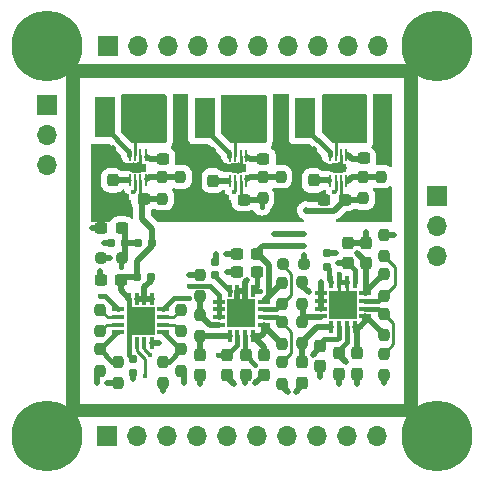
<source format=gbl>
%TF.GenerationSoftware,KiCad,Pcbnew,(6.0.6)*%
%TF.CreationDate,2022-07-20T12:02:56+02:00*%
%TF.ProjectId,low_freq_board,6c6f775f-6672-4657-915f-626f6172642e,rev?*%
%TF.SameCoordinates,PX4f27ac0PY57bcf00*%
%TF.FileFunction,Copper,L4,Bot*%
%TF.FilePolarity,Positive*%
%FSLAX46Y46*%
G04 Gerber Fmt 4.6, Leading zero omitted, Abs format (unit mm)*
G04 Created by KiCad (PCBNEW (6.0.6)) date 2022-07-20 12:02:56*
%MOMM*%
%LPD*%
G01*
G04 APERTURE LIST*
G04 Aperture macros list*
%AMRoundRect*
0 Rectangle with rounded corners*
0 $1 Rounding radius*
0 $2 $3 $4 $5 $6 $7 $8 $9 X,Y pos of 4 corners*
0 Add a 4 corners polygon primitive as box body*
4,1,4,$2,$3,$4,$5,$6,$7,$8,$9,$2,$3,0*
0 Add four circle primitives for the rounded corners*
1,1,$1+$1,$2,$3*
1,1,$1+$1,$4,$5*
1,1,$1+$1,$6,$7*
1,1,$1+$1,$8,$9*
0 Add four rect primitives between the rounded corners*
20,1,$1+$1,$2,$3,$4,$5,0*
20,1,$1+$1,$4,$5,$6,$7,0*
20,1,$1+$1,$6,$7,$8,$9,0*
20,1,$1+$1,$8,$9,$2,$3,0*%
G04 Aperture macros list end*
%TA.AperFunction,ComponentPad*%
%ADD10R,1.700000X1.700000*%
%TD*%
%TA.AperFunction,ComponentPad*%
%ADD11O,1.700000X1.700000*%
%TD*%
%TA.AperFunction,ComponentPad*%
%ADD12C,6.000000*%
%TD*%
%TA.AperFunction,SMDPad,CuDef*%
%ADD13R,0.350000X1.000000*%
%TD*%
%TA.AperFunction,SMDPad,CuDef*%
%ADD14R,1.000000X0.350000*%
%TD*%
%TA.AperFunction,SMDPad,CuDef*%
%ADD15R,2.400000X2.400000*%
%TD*%
%TA.AperFunction,SMDPad,CuDef*%
%ADD16RoundRect,0.237500X0.237500X-0.300000X0.237500X0.300000X-0.237500X0.300000X-0.237500X-0.300000X0*%
%TD*%
%TA.AperFunction,SMDPad,CuDef*%
%ADD17RoundRect,0.237500X0.237500X-0.250000X0.237500X0.250000X-0.237500X0.250000X-0.237500X-0.250000X0*%
%TD*%
%TA.AperFunction,SMDPad,CuDef*%
%ADD18RoundRect,0.237500X-0.237500X0.250000X-0.237500X-0.250000X0.237500X-0.250000X0.237500X0.250000X0*%
%TD*%
%TA.AperFunction,SMDPad,CuDef*%
%ADD19RoundRect,0.237500X-0.237500X0.300000X-0.237500X-0.300000X0.237500X-0.300000X0.237500X0.300000X0*%
%TD*%
%TA.AperFunction,SMDPad,CuDef*%
%ADD20RoundRect,0.237500X-0.300000X-0.237500X0.300000X-0.237500X0.300000X0.237500X-0.300000X0.237500X0*%
%TD*%
%TA.AperFunction,SMDPad,CuDef*%
%ADD21RoundRect,0.237500X-0.250000X-0.237500X0.250000X-0.237500X0.250000X0.237500X-0.250000X0.237500X0*%
%TD*%
%TA.AperFunction,SMDPad,CuDef*%
%ADD22RoundRect,0.155000X0.155000X-0.212500X0.155000X0.212500X-0.155000X0.212500X-0.155000X-0.212500X0*%
%TD*%
%TA.AperFunction,SMDPad,CuDef*%
%ADD23RoundRect,0.237500X0.300000X0.237500X-0.300000X0.237500X-0.300000X-0.237500X0.300000X-0.237500X0*%
%TD*%
%TA.AperFunction,SMDPad,CuDef*%
%ADD24R,1.803400X3.505200*%
%TD*%
%TA.AperFunction,SMDPad,CuDef*%
%ADD25RoundRect,0.160000X0.197500X0.160000X-0.197500X0.160000X-0.197500X-0.160000X0.197500X-0.160000X0*%
%TD*%
%TA.AperFunction,SMDPad,CuDef*%
%ADD26R,0.254000X1.066800*%
%TD*%
%TA.AperFunction,SMDPad,CuDef*%
%ADD27R,1.371600X0.635000*%
%TD*%
%TA.AperFunction,SMDPad,CuDef*%
%ADD28RoundRect,0.237500X0.250000X0.237500X-0.250000X0.237500X-0.250000X-0.237500X0.250000X-0.237500X0*%
%TD*%
%TA.AperFunction,SMDPad,CuDef*%
%ADD29RoundRect,0.155000X-0.212500X-0.155000X0.212500X-0.155000X0.212500X0.155000X-0.212500X0.155000X0*%
%TD*%
%TA.AperFunction,SMDPad,CuDef*%
%ADD30RoundRect,0.155000X-0.155000X0.212500X-0.155000X-0.212500X0.155000X-0.212500X0.155000X0.212500X0*%
%TD*%
%TA.AperFunction,ViaPad*%
%ADD31C,0.450000*%
%TD*%
%TA.AperFunction,Conductor*%
%ADD32C,0.508000*%
%TD*%
%TA.AperFunction,Conductor*%
%ADD33C,0.246380*%
%TD*%
%TA.AperFunction,Conductor*%
%ADD34C,0.381000*%
%TD*%
%TA.AperFunction,Conductor*%
%ADD35C,0.762000*%
%TD*%
%TA.AperFunction,Conductor*%
%ADD36C,0.254000*%
%TD*%
G04 APERTURE END LIST*
D10*
%TO.P,J3,1,Pin_1*%
%TO.N,Vtune1*%
X8569997Y3499999D03*
D11*
%TO.P,J3,2,Pin_2*%
%TO.N,2V75*%
X11109997Y3499999D03*
%TO.P,J3,3,Pin_3*%
%TO.N,Vtune2*%
X13649997Y3499999D03*
%TO.P,J3,4,Pin_4*%
%TO.N,2V5*%
X16189997Y3499999D03*
%TO.P,J3,5,Pin_5*%
%TO.N,P{slash}L power*%
X18729997Y3499999D03*
%TO.P,J3,6,Pin_6*%
%TO.N,LEE1_Vcc*%
X21269997Y3499999D03*
%TO.P,J3,7,Pin_7*%
%TO.N,LEE2_Vcc*%
X23809997Y3499999D03*
%TO.P,J3,8,Pin_8*%
%TO.N,3V*%
X26349997Y3499999D03*
%TO.P,J3,9,Pin_9*%
%TO.N,RSSI*%
X28889997Y3499999D03*
%TO.P,J3,10,Pin_10*%
%TO.N,GND*%
X31429997Y3499999D03*
%TD*%
D12*
%TO.P,H1,1,1*%
%TO.N,GND*%
X3500001Y36500003D03*
%TD*%
%TO.P,H3,1,1*%
%TO.N,GND*%
X3500001Y3500001D03*
%TD*%
D10*
%TO.P,J4,1,Pin_1*%
%TO.N,3V*%
X3500000Y31500000D03*
D11*
%TO.P,J4,2,Pin_2*%
%TO.N,ADC_PL2*%
X3500000Y28960000D03*
%TO.P,J4,3,Pin_3*%
%TO.N,DAC_PL2*%
X3500000Y26420000D03*
%TD*%
D10*
%TO.P,J1,1,Pin_1*%
%TO.N,SDA*%
X8700000Y36500000D03*
D11*
%TO.P,J1,2,Pin_2*%
%TO.N,SCL*%
X11240000Y36500000D03*
%TO.P,J1,3,Pin_3*%
%TO.N,GND*%
X13780000Y36500000D03*
%TO.P,J1,4,Pin_4*%
%TO.N,unconnected-(J1-Pad4)*%
X16320000Y36500000D03*
%TO.P,J1,5,Pin_5*%
%TO.N,unconnected-(J1-Pad5)*%
X18860000Y36500000D03*
%TO.P,J1,6,Pin_6*%
%TO.N,unconnected-(J1-Pad6)*%
X21400000Y36500000D03*
%TO.P,J1,7,Pin_7*%
%TO.N,unconnected-(J1-Pad7)*%
X23940000Y36500000D03*
%TO.P,J1,8,Pin_8*%
%TO.N,unconnected-(J1-Pad8)*%
X26480000Y36500000D03*
%TO.P,J1,9,Pin_9*%
%TO.N,unconnected-(J1-Pad9)*%
X29020000Y36500000D03*
%TO.P,J1,10,Pin_10*%
%TO.N,unconnected-(J1-Pad10)*%
X31560000Y36500000D03*
%TD*%
D12*
%TO.P,H4,1,1*%
%TO.N,GND*%
X36500003Y3500001D03*
%TD*%
%TO.P,H2,1,1*%
%TO.N,GND*%
X36500003Y36500003D03*
%TD*%
D10*
%TO.P,J2,1,Pin_1*%
%TO.N,LDO_extra1*%
X36500000Y23800000D03*
D11*
%TO.P,J2,2,Pin_2*%
%TO.N,LDO_extra2*%
X36500000Y21260000D03*
%TO.P,J2,3,Pin_3*%
%TO.N,2V7*%
X36500000Y18720000D03*
%TD*%
D13*
%TO.P,U4,1,VOUT1_1*%
%TO.N,3V*%
X29540393Y12714607D03*
%TO.P,U4,2,VIN1*%
%TO.N,P{slash}L power*%
X28890393Y12714607D03*
%TO.P,U4,3,VIN2*%
X28240393Y12714607D03*
%TO.P,U4,4,VOUT2*%
%TO.N,2V7*%
X27590393Y12714607D03*
D14*
%TO.P,U4,5,ADJ2*%
%TO.N,Net-(R10-Pad1)*%
X26665393Y13639607D03*
%TO.P,U4,6,EN1*%
%TO.N,P{slash}L power*%
X26665393Y14289607D03*
%TO.P,U4,7,EN2*%
X26665393Y14939607D03*
%TO.P,U4,8,EN3*%
X26665393Y15589607D03*
D13*
%TO.P,U4,9,CBYP*%
%TO.N,Net-(C14-Pad1)*%
X27590393Y16514607D03*
%TO.P,U4,10,GND_1*%
%TO.N,GND*%
X28240393Y16514607D03*
%TO.P,U4,11,GND_2*%
X28890393Y16514607D03*
%TO.P,U4,12,VIN3*%
%TO.N,P{slash}L power*%
X29540393Y16514607D03*
D14*
%TO.P,U4,13,VOUT3*%
%TO.N,2V75*%
X30465393Y15589607D03*
%TO.P,U4,14,ADJ3*%
%TO.N,Net-(R11-Pad1)*%
X30465393Y14939607D03*
%TO.P,U4,15,ADJ1*%
%TO.N,Net-(R7-Pad1)*%
X30465393Y14289607D03*
%TO.P,U4,16,VOUT1_2*%
%TO.N,3V*%
X30465393Y13639607D03*
D15*
%TO.P,U4,17,GND_3*%
%TO.N,GND*%
X28565393Y14614607D03*
%TD*%
D16*
%TO.P,C4,1*%
%TO.N,Net-(C4-Pad1)*%
X17569904Y25120407D03*
%TO.P,C4,2*%
%TO.N,GND*%
X17569904Y26845407D03*
%TD*%
D17*
%TO.P,R15,1*%
%TO.N,Net-(R15-Pad1)*%
X7982893Y12382107D03*
%TO.P,R15,2*%
%TO.N,Net-(R15-Pad2)*%
X7982893Y14207107D03*
%TD*%
D18*
%TO.P,R7,1*%
%TO.N,Net-(R7-Pad1)*%
X32005393Y13847107D03*
%TO.P,R7,2*%
%TO.N,3V*%
X32005393Y12022107D03*
%TD*%
D19*
%TO.P,C15,1*%
%TO.N,3V*%
X29730393Y10492107D03*
%TO.P,C15,2*%
%TO.N,GND*%
X29730393Y8767107D03*
%TD*%
D16*
%TO.P,C29,1*%
%TO.N,P{slash}L power*%
X28960393Y18117107D03*
%TO.P,C29,2*%
%TO.N,GND*%
X28960393Y19842107D03*
%TD*%
D19*
%TO.P,C32,1*%
%TO.N,P{slash}L power*%
X20322893Y10399607D03*
%TO.P,C32,2*%
%TO.N,GND*%
X20322893Y8674607D03*
%TD*%
D18*
%TO.P,R16,1*%
%TO.N,Net-(R16-Pad1)*%
X7970393Y10837107D03*
%TO.P,R16,2*%
%TO.N,GND*%
X7970393Y9012107D03*
%TD*%
D17*
%TO.P,R3,1*%
%TO.N,LEE2_Vcc*%
X30272893Y23647107D03*
%TO.P,R3,2*%
%TO.N,Net-(R3-Pad2)*%
X30272893Y25472107D03*
%TD*%
D20*
%TO.P,C5,1*%
%TO.N,P{slash}L power*%
X30080393Y28799607D03*
%TO.P,C5,2*%
%TO.N,GND*%
X31805393Y28799607D03*
%TD*%
D18*
%TO.P,R19,1*%
%TO.N,Net-(R19-Pad1)*%
X14870393Y10847107D03*
%TO.P,R19,2*%
%TO.N,GND*%
X14870393Y9022107D03*
%TD*%
D20*
%TO.P,C6,1*%
%TO.N,Net-(C6-Pad1)*%
X30330393Y26999607D03*
%TO.P,C6,2*%
%TO.N,GND*%
X32055393Y26999607D03*
%TD*%
D21*
%TO.P,R21,1*%
%TO.N,P{slash}L power*%
X8047893Y18606212D03*
%TO.P,R21,2*%
%TO.N,Vtune1*%
X9872893Y18606212D03*
%TD*%
D17*
%TO.P,R14,1*%
%TO.N,GND*%
X23392893Y7934607D03*
%TO.P,R14,2*%
%TO.N,Net-(R13-Pad1)*%
X23392893Y9759607D03*
%TD*%
D22*
%TO.P,C14,1*%
%TO.N,Net-(C14-Pad1)*%
X27180393Y17842107D03*
%TO.P,C14,2*%
%TO.N,GND*%
X27180393Y18977107D03*
%TD*%
D19*
%TO.P,C13,1*%
%TO.N,P{slash}L power*%
X28190393Y10492107D03*
%TO.P,C13,2*%
%TO.N,GND*%
X28190393Y8767107D03*
%TD*%
D17*
%TO.P,R9,1*%
%TO.N,2V7*%
X25125393Y11342107D03*
%TO.P,R9,2*%
%TO.N,Net-(R10-Pad1)*%
X25125393Y13167107D03*
%TD*%
D23*
%TO.P,C7,1*%
%TO.N,LEE2_Vcc*%
X28692893Y23519607D03*
%TO.P,C7,2*%
%TO.N,GND*%
X26967893Y23519607D03*
%TD*%
%TO.P,C11,1*%
%TO.N,13V*%
X11685393Y23567107D03*
%TO.P,C11,2*%
%TO.N,GND*%
X9960393Y23567107D03*
%TD*%
D17*
%TO.P,R17,1*%
%TO.N,P{slash}L power*%
X9500393Y7962107D03*
%TO.P,R17,2*%
%TO.N,Net-(R16-Pad1)*%
X9500393Y9787107D03*
%TD*%
D23*
%TO.P,C30,1*%
%TO.N,P{slash}L power*%
X21315393Y17347107D03*
%TO.P,C30,2*%
%TO.N,GND*%
X19590393Y17347107D03*
%TD*%
D18*
%TO.P,R24,1*%
%TO.N,Net-(R24-Pad1)*%
X16472893Y13779607D03*
%TO.P,R24,2*%
%TO.N,LDO_extra1*%
X16472893Y11954607D03*
%TD*%
D20*
%TO.P,C2,1*%
%TO.N,Net-(C2-Pad1)*%
X21817404Y26982907D03*
%TO.P,C2,2*%
%TO.N,GND*%
X23542404Y26982907D03*
%TD*%
D19*
%TO.P,C28,1*%
%TO.N,P{slash}L power*%
X26650393Y11122107D03*
%TO.P,C28,2*%
%TO.N,GND*%
X26650393Y9397107D03*
%TD*%
D20*
%TO.P,C10,1*%
%TO.N,Net-(C10-Pad1)*%
X13335393Y26957107D03*
%TO.P,C10,2*%
%TO.N,GND*%
X15060393Y26957107D03*
%TD*%
D13*
%TO.P,U5,1,VOUT1_1*%
%TO.N,2V5*%
X20917893Y11997107D03*
%TO.P,U5,2,VIN1*%
%TO.N,P{slash}L power*%
X20267893Y11997107D03*
%TO.P,U5,3,VIN2*%
X19617893Y11997107D03*
%TO.P,U5,4,VOUT2*%
%TO.N,LDO_extra1*%
X18967893Y11997107D03*
D14*
%TO.P,U5,5,ADJ2*%
%TO.N,Net-(R24-Pad1)*%
X18042893Y12922107D03*
%TO.P,U5,6,EN1*%
%TO.N,P{slash}L power*%
X18042893Y13572107D03*
%TO.P,U5,7,EN2*%
X18042893Y14222107D03*
%TO.P,U5,8,EN3*%
X18042893Y14872107D03*
D13*
%TO.P,U5,9,CBYP*%
%TO.N,Net-(C19-Pad1)*%
X18967893Y15797107D03*
%TO.P,U5,10,GND_1*%
%TO.N,GND*%
X19617893Y15797107D03*
%TO.P,U5,11,GND_2*%
X20267893Y15797107D03*
%TO.P,U5,12,VIN3*%
%TO.N,P{slash}L power*%
X20917893Y15797107D03*
D14*
%TO.P,U5,13,VOUT3*%
%TO.N,LDO_extra2*%
X21842893Y14872107D03*
%TO.P,U5,14,ADJ3*%
%TO.N,Net-(R26-Pad2)*%
X21842893Y14222107D03*
%TO.P,U5,15,ADJ1*%
%TO.N,Net-(R13-Pad1)*%
X21842893Y13572107D03*
%TO.P,U5,16,VOUT1_2*%
%TO.N,2V5*%
X21842893Y12922107D03*
D15*
%TO.P,U5,17,GND_3*%
%TO.N,GND*%
X19942893Y13897107D03*
%TD*%
D23*
%TO.P,C23,1*%
%TO.N,Vtune1*%
X9822893Y21106212D03*
%TO.P,C23,2*%
%TO.N,GND*%
X8097893Y21106212D03*
%TD*%
D17*
%TO.P,R1,1*%
%TO.N,LEE1_Vcc*%
X21759904Y23630407D03*
%TO.P,R1,2*%
%TO.N,Net-(R1-Pad2)*%
X21759904Y25455407D03*
%TD*%
D24*
%TO.P,L3,1,1*%
%TO.N,P{slash}L power*%
X11069082Y30497102D03*
%TO.P,L3,2,2*%
%TO.N,Net-(L3-Pad2)*%
X8376682Y30497102D03*
%TD*%
D18*
%TO.P,R6,1*%
%TO.N,Net-(R5-Pad2)*%
X14797893Y25429607D03*
%TO.P,R6,2*%
%TO.N,GND*%
X14797893Y23604607D03*
%TD*%
D22*
%TO.P,C19,1*%
%TO.N,Net-(C19-Pad1)*%
X17752893Y17129607D03*
%TO.P,C19,2*%
%TO.N,GND*%
X17752893Y18264607D03*
%TD*%
D23*
%TO.P,C3,1*%
%TO.N,LEE1_Vcc*%
X20169205Y23522907D03*
%TO.P,C3,2*%
%TO.N,GND*%
X18444205Y23522907D03*
%TD*%
D17*
%TO.P,R20,1*%
%TO.N,P{slash}L power*%
X13350393Y7972107D03*
%TO.P,R20,2*%
%TO.N,Net-(R19-Pad1)*%
X13350393Y9797107D03*
%TD*%
D20*
%TO.P,C1,1*%
%TO.N,P{slash}L power*%
X21567404Y28830307D03*
%TO.P,C1,2*%
%TO.N,GND*%
X23292404Y28830307D03*
%TD*%
D24*
%TO.P,L2,1,1*%
%TO.N,P{slash}L power*%
X28061580Y30469619D03*
%TO.P,L2,2,2*%
%TO.N,Net-(L2-Pad2)*%
X25369180Y30469619D03*
%TD*%
D20*
%TO.P,C24,1*%
%TO.N,P{slash}L power*%
X21567404Y30352907D03*
%TO.P,C24,2*%
%TO.N,GND*%
X23292404Y30352907D03*
%TD*%
D17*
%TO.P,R10,1*%
%TO.N,Net-(R10-Pad1)*%
X25125393Y14702107D03*
%TO.P,R10,2*%
%TO.N,GND*%
X25125393Y16527107D03*
%TD*%
D19*
%TO.P,C31,1*%
%TO.N,LDO_extra1*%
X16472893Y10369607D03*
%TO.P,C31,2*%
%TO.N,GND*%
X16472893Y8644607D03*
%TD*%
D17*
%TO.P,R18,1*%
%TO.N,Net-(R18-Pad1)*%
X14862893Y12382107D03*
%TO.P,R18,2*%
%TO.N,Net-(R18-Pad2)*%
X14862893Y14207107D03*
%TD*%
D18*
%TO.P,R26,1*%
%TO.N,LDO_extra2*%
X23382893Y16499607D03*
%TO.P,R26,2*%
%TO.N,Net-(R26-Pad2)*%
X23382893Y14674607D03*
%TD*%
D19*
%TO.P,C20,1*%
%TO.N,2V5*%
X21852893Y10399607D03*
%TO.P,C20,2*%
%TO.N,GND*%
X21852893Y8674607D03*
%TD*%
D16*
%TO.P,C16,1*%
%TO.N,2V75*%
X30490393Y18117107D03*
%TO.P,C16,2*%
%TO.N,GND*%
X30490393Y19842107D03*
%TD*%
D23*
%TO.P,C26,1*%
%TO.N,13V*%
X9765393Y16687107D03*
%TO.P,C26,2*%
%TO.N,GND*%
X8040393Y16687107D03*
%TD*%
D16*
%TO.P,C8,1*%
%TO.N,Net-(C8-Pad1)*%
X26082893Y25137107D03*
%TO.P,C8,2*%
%TO.N,GND*%
X26082893Y26862107D03*
%TD*%
D17*
%TO.P,R8,1*%
%TO.N,GND*%
X32010393Y8657107D03*
%TO.P,R8,2*%
%TO.N,Net-(R7-Pad1)*%
X32010393Y10482107D03*
%TD*%
D25*
%TO.P,R23,1*%
%TO.N,Vtune1*%
X10107893Y19856212D03*
%TO.P,R23,2*%
%TO.N,GND*%
X8912893Y19856212D03*
%TD*%
D19*
%TO.P,C18,1*%
%TO.N,P{slash}L power*%
X18772893Y10399607D03*
%TO.P,C18,2*%
%TO.N,GND*%
X18772893Y8674607D03*
%TD*%
D14*
%TO.P,U6,1,-IN1*%
%TO.N,Net-(R16-Pad1)*%
X9520393Y12269607D03*
%TO.P,U6,2,RG1_1*%
%TO.N,Net-(R15-Pad1)*%
X9520393Y12919607D03*
%TO.P,U6,3,RG1_2*%
%TO.N,Net-(R15-Pad2)*%
X9520393Y13569607D03*
%TO.P,U6,4,+IN1*%
%TO.N,DAC_PL2*%
X9520393Y14219607D03*
D13*
%TO.P,U6,5,+VS_1*%
%TO.N,13V*%
X10445393Y15144607D03*
%TO.P,U6,6,REF1*%
%TO.N,GND*%
X11095393Y15144607D03*
%TO.P,U6,7,REF2*%
X11745393Y15144607D03*
%TO.P,U6,8,-VS_1*%
X12395393Y15144607D03*
D14*
%TO.P,U6,9,+IN2*%
%TO.N,RSSI*%
X13320393Y14219607D03*
%TO.P,U6,10,RG2_1*%
%TO.N,Net-(R18-Pad2)*%
X13320393Y13569607D03*
%TO.P,U6,11,RG2_2*%
%TO.N,Net-(R18-Pad1)*%
X13320393Y12919607D03*
%TO.P,U6,12,-IN2*%
%TO.N,Net-(R19-Pad1)*%
X13320393Y12269607D03*
D13*
%TO.P,U6,13,-VS_2*%
%TO.N,GND*%
X12395393Y11344607D03*
%TO.P,U6,14,OUT2*%
%TO.N,ADC_PL2*%
X11745393Y11344607D03*
%TO.P,U6,15,OUT1*%
%TO.N,Vtune2*%
X11095393Y11344607D03*
%TO.P,U6,16,+VS_2*%
%TO.N,13V*%
X10445393Y11344607D03*
D15*
%TO.P,U6,17,EP*%
X11420393Y13244607D03*
%TD*%
D18*
%TO.P,R12,1*%
%TO.N,GND*%
X32010393Y20562107D03*
%TO.P,R12,2*%
%TO.N,Net-(R11-Pad1)*%
X32010393Y18737107D03*
%TD*%
D17*
%TO.P,R5,1*%
%TO.N,13V*%
X13277893Y23604607D03*
%TO.P,R5,2*%
%TO.N,Net-(R5-Pad2)*%
X13277893Y25429607D03*
%TD*%
D20*
%TO.P,C9,1*%
%TO.N,P{slash}L power*%
X13092893Y28817107D03*
%TO.P,C9,2*%
%TO.N,GND*%
X14817893Y28817107D03*
%TD*%
D19*
%TO.P,C17,1*%
%TO.N,2V7*%
X25130393Y9752107D03*
%TO.P,C17,2*%
%TO.N,GND*%
X25130393Y8027107D03*
%TD*%
D20*
%TO.P,C25,1*%
%TO.N,P{slash}L power*%
X30080393Y30319607D03*
%TO.P,C25,2*%
%TO.N,GND*%
X31805393Y30319607D03*
%TD*%
D26*
%TO.P,U1,1,SW*%
%TO.N,Net-(L1-Pad2)*%
X18989898Y27247088D03*
%TO.P,U1,2,VIN*%
%TO.N,P{slash}L power*%
X19439897Y27247088D03*
%TO.P,U1,3,GND*%
%TO.N,GND*%
X19889899Y27247088D03*
%TO.P,U1,4,BYP*%
%TO.N,Net-(C2-Pad1)*%
X20339898Y27247088D03*
%TO.P,U1,5,FB*%
%TO.N,Net-(R1-Pad2)*%
X20339898Y25113488D03*
%TO.P,U1,6,LDOOUT*%
%TO.N,LEE1_Vcc*%
X19889899Y25113488D03*
%TO.P,U1,7,EN*%
%TO.N,P{slash}L power*%
X19439897Y25113488D03*
%TO.P,U1,8,BSTOUT*%
%TO.N,Net-(C4-Pad1)*%
X18989898Y25113488D03*
D27*
%TO.P,U1,9,GND*%
%TO.N,GND*%
X19664898Y26180288D03*
%TD*%
D23*
%TO.P,C33,1*%
%TO.N,LDO_extra2*%
X21312500Y18900000D03*
%TO.P,C33,2*%
%TO.N,GND*%
X19587500Y18900000D03*
%TD*%
D18*
%TO.P,R2,1*%
%TO.N,Net-(R1-Pad2)*%
X23279904Y25455407D03*
%TO.P,R2,2*%
%TO.N,GND*%
X23279904Y23630407D03*
%TD*%
D28*
%TO.P,R27,1*%
%TO.N,GND*%
X25275393Y18067107D03*
%TO.P,R27,2*%
%TO.N,Net-(R26-Pad2)*%
X23450393Y18067107D03*
%TD*%
D18*
%TO.P,R4,1*%
%TO.N,Net-(R3-Pad2)*%
X31792893Y25472107D03*
%TO.P,R4,2*%
%TO.N,GND*%
X31792893Y23647107D03*
%TD*%
D29*
%TO.P,C22,1*%
%TO.N,13V*%
X11152893Y16950000D03*
%TO.P,C22,2*%
%TO.N,GND*%
X12287893Y16950000D03*
%TD*%
D20*
%TO.P,C27,1*%
%TO.N,P{slash}L power*%
X13092893Y30327107D03*
%TO.P,C27,2*%
%TO.N,GND*%
X14817893Y30327107D03*
%TD*%
D16*
%TO.P,C12,1*%
%TO.N,Net-(C12-Pad1)*%
X9087893Y25164607D03*
%TO.P,C12,2*%
%TO.N,GND*%
X9087893Y26889607D03*
%TD*%
D26*
%TO.P,U2,1,SW*%
%TO.N,Net-(L2-Pad2)*%
X27503354Y27266392D03*
%TO.P,U2,2,VIN*%
%TO.N,P{slash}L power*%
X27953353Y27266392D03*
%TO.P,U2,3,GND*%
%TO.N,GND*%
X28403355Y27266392D03*
%TO.P,U2,4,BYP*%
%TO.N,Net-(C6-Pad1)*%
X28853354Y27266392D03*
%TO.P,U2,5,FB*%
%TO.N,Net-(R3-Pad2)*%
X28853354Y25132792D03*
%TO.P,U2,6,LDOOUT*%
%TO.N,LEE2_Vcc*%
X28403355Y25132792D03*
%TO.P,U2,7,EN*%
%TO.N,P{slash}L power*%
X27953353Y25132792D03*
%TO.P,U2,8,BSTOUT*%
%TO.N,Net-(C8-Pad1)*%
X27503354Y25132792D03*
D27*
%TO.P,U2,9,GND*%
%TO.N,GND*%
X28178354Y26199592D03*
%TD*%
D25*
%TO.P,R22,1*%
%TO.N,13V*%
X12397500Y19850000D03*
%TO.P,R22,2*%
%TO.N,Vtune1*%
X11202500Y19850000D03*
%TD*%
D30*
%TO.P,C21,1*%
%TO.N,13V*%
X10760393Y10012107D03*
%TO.P,C21,2*%
%TO.N,GND*%
X10760393Y8877107D03*
%TD*%
D24*
%TO.P,L1,1,1*%
%TO.N,P{slash}L power*%
X19545672Y30462812D03*
%TO.P,L1,2,2*%
%TO.N,Net-(L1-Pad2)*%
X16853272Y30462812D03*
%TD*%
D18*
%TO.P,R25,1*%
%TO.N,GND*%
X16472893Y17149607D03*
%TO.P,R25,2*%
%TO.N,Net-(R24-Pad1)*%
X16472893Y15324607D03*
%TD*%
D26*
%TO.P,U3,1,SW*%
%TO.N,Net-(L3-Pad2)*%
X10508330Y27283893D03*
%TO.P,U3,2,VIN*%
%TO.N,P{slash}L power*%
X10958329Y27283893D03*
%TO.P,U3,3,GND*%
%TO.N,GND*%
X11408331Y27283893D03*
%TO.P,U3,4,BYP*%
%TO.N,Net-(C10-Pad1)*%
X11858330Y27283893D03*
%TO.P,U3,5,FB*%
%TO.N,Net-(R5-Pad2)*%
X11858330Y25150293D03*
%TO.P,U3,6,LDOOUT*%
%TO.N,13V*%
X11408331Y25150293D03*
%TO.P,U3,7,EN*%
%TO.N,P{slash}L power*%
X10958329Y25150293D03*
%TO.P,U3,8,BSTOUT*%
%TO.N,Net-(C12-Pad1)*%
X10508330Y25150293D03*
D27*
%TO.P,U3,9,GND*%
%TO.N,GND*%
X11183330Y26217093D03*
%TD*%
D17*
%TO.P,R11,1*%
%TO.N,Net-(R11-Pad1)*%
X32005393Y15382107D03*
%TO.P,R11,2*%
%TO.N,2V75*%
X32005393Y17207107D03*
%TD*%
D18*
%TO.P,R13,1*%
%TO.N,Net-(R13-Pad1)*%
X23382893Y13129607D03*
%TO.P,R13,2*%
%TO.N,2V5*%
X23382893Y11304607D03*
%TD*%
D31*
%TO.N,GND*%
X5700000Y13971440D03*
X5700000Y19419056D03*
X15500000Y17114202D03*
X24682893Y27067107D03*
X9100000Y22300000D03*
X5700000Y8523824D03*
X26650393Y8499607D03*
X15233328Y34400000D03*
X34300000Y11147616D03*
X31576176Y5700000D03*
X11642893Y26200000D03*
X34300000Y17957136D03*
X23274455Y31430307D03*
X27950000Y19000000D03*
X8423808Y34400000D03*
X23404752Y34400000D03*
X19650000Y26200000D03*
X18700000Y18900000D03*
X34300000Y32938080D03*
X34300000Y22042848D03*
X5700000Y23504768D03*
X5700000Y22142864D03*
X24682893Y26377107D03*
X13300000Y22200000D03*
X21150000Y7950000D03*
X27450000Y26200000D03*
X19350000Y7947107D03*
X5700000Y5700000D03*
X31576176Y34400000D03*
X24766656Y5700000D03*
X34300000Y12509520D03*
X16450000Y7900000D03*
X34300000Y24766656D03*
X20451769Y16695983D03*
X5700000Y30314288D03*
X22042848Y5700000D03*
X5700000Y24866672D03*
X16595232Y34400000D03*
X17957136Y34400000D03*
X28642893Y26200000D03*
X13871424Y5700000D03*
X28100000Y26200000D03*
X5700000Y31676192D03*
X5700000Y11247632D03*
X7982893Y22327107D03*
X17569455Y27727807D03*
X34300000Y31576176D03*
X30490393Y20749607D03*
X34300000Y13871424D03*
X27490464Y5700000D03*
X24766656Y34400000D03*
X24682893Y25687107D03*
X16242893Y26367107D03*
X15233328Y5700000D03*
X30214272Y34400000D03*
X12980393Y11344607D03*
X5700000Y12609536D03*
X34300000Y7061904D03*
X9785712Y34400000D03*
X22042848Y34400000D03*
X34300000Y19319040D03*
X7740393Y7974607D03*
X34300000Y28852368D03*
X34300000Y26128560D03*
X7061904Y34400000D03*
X19000000Y26200000D03*
X16242893Y27057107D03*
X32000000Y8000000D03*
X14807893Y31327107D03*
X32900000Y20550000D03*
X28190393Y7939607D03*
X32938080Y34400000D03*
X29730393Y7889607D03*
X5700000Y33038096D03*
X34300000Y30214272D03*
X8000000Y17500000D03*
X8300000Y19850000D03*
X15070393Y7994607D03*
X24662893Y23660000D03*
X28852368Y34400000D03*
X7982893Y23707107D03*
X34300000Y9785712D03*
X26128560Y5700000D03*
X16242893Y25677107D03*
X5700000Y7161920D03*
X25300000Y18800000D03*
X7061904Y5700000D03*
X32362893Y31967107D03*
X34300000Y34400000D03*
X19319040Y34400000D03*
X20300000Y7950000D03*
X25650393Y15659607D03*
X10750000Y8300000D03*
X11147616Y34400000D03*
X34300000Y8423808D03*
X20680944Y34400000D03*
X23900000Y7250000D03*
X5700000Y34400000D03*
X34300000Y16595232D03*
X5700000Y9885728D03*
X8423808Y5700000D03*
X9785712Y5700000D03*
X18746500Y17400000D03*
X31778343Y31374607D03*
X7300000Y21100000D03*
X5700000Y16695248D03*
X34300000Y27490464D03*
X32000000Y22150000D03*
X5700000Y20780960D03*
X20192893Y26200000D03*
X34300000Y5700000D03*
X5700000Y15333344D03*
X17957136Y5700000D03*
X31582893Y31967107D03*
X5700000Y26228576D03*
X11750000Y16100000D03*
X17800000Y18900000D03*
X9088855Y27880819D03*
X28250000Y17250000D03*
X26080393Y27839607D03*
X10450000Y26200000D03*
X27490464Y34400000D03*
X16212893Y23657107D03*
X30214272Y5700000D03*
X13871424Y34400000D03*
X26128560Y34400000D03*
X24662893Y24350000D03*
X11147616Y5700000D03*
X24600000Y7250000D03*
X12509520Y34400000D03*
X11100000Y26200000D03*
X30500000Y22150000D03*
%TO.N,LEE1_Vcc*%
X21700000Y22900000D03*
%TO.N,LEE2_Vcc*%
X25450000Y22600000D03*
%TO.N,3V*%
X29730393Y11400000D03*
%TO.N,2V75*%
X29750393Y18979607D03*
%TO.N,2V7*%
X26400000Y12714607D03*
%TO.N,2V5*%
X21535393Y11379607D03*
%TO.N,Vtune1*%
X9800000Y17800000D03*
%TO.N,P{slash}L power*%
X8570393Y7964607D03*
X29695393Y31416274D03*
X28820393Y9729607D03*
X21749463Y31419479D03*
X21112893Y9537107D03*
X21169463Y31992813D03*
X12642893Y32020441D03*
X27830393Y24179607D03*
X21169463Y31409480D03*
X13222893Y31447107D03*
X21749463Y32002813D03*
X26030393Y10389607D03*
X29695393Y31999607D03*
X28150000Y18159607D03*
X10812893Y24197107D03*
X19296705Y24162907D03*
X12642893Y31437108D03*
X18000000Y10400000D03*
X13350000Y7300000D03*
X30275393Y32009607D03*
X15500000Y16200000D03*
X8850000Y18600000D03*
X30275393Y31426273D03*
X13222893Y32030441D03*
X21572893Y15797107D03*
X26665393Y16539607D03*
%TO.N,ADC_PL2*%
X12260393Y10334607D03*
%TO.N,DAC_PL2*%
X7950000Y15350000D03*
%TO.N,LDO_extra1*%
X17900393Y11954607D03*
X25300000Y20600000D03*
X22700000Y20600000D03*
%TO.N,LDO_extra2*%
X25300000Y19600000D03*
%TO.N,RSSI*%
X15500000Y15200000D03*
%TO.N,Vtune2*%
X11800000Y8600000D03*
%TD*%
D32*
%TO.N,GND*%
X10750000Y8300000D02*
X10750000Y8866714D01*
X17599455Y26842807D02*
X18261955Y26180307D01*
X18700000Y18900000D02*
X18716893Y18916893D01*
X26112893Y26862107D02*
X26775393Y26199607D01*
X12395393Y15144607D02*
X11160413Y15144607D01*
X16437488Y17114202D02*
X16472893Y17149607D01*
X32010393Y20562107D02*
X32887893Y20562107D01*
X29730393Y8767107D02*
X29730393Y7889607D01*
X31775393Y31371657D02*
X31778343Y31374607D01*
X25130393Y7780393D02*
X25130393Y8027107D01*
X31775393Y30299607D02*
X31775393Y31371657D01*
X25125393Y16527107D02*
X25125393Y16184607D01*
X23392893Y7757107D02*
X23392893Y7934607D01*
X18261955Y26180307D02*
X18449455Y26180307D01*
X21150000Y7971714D02*
X21852893Y8674607D01*
X32887893Y20562107D02*
X32900000Y20550000D01*
X19617893Y15797107D02*
X19617893Y14222107D01*
D33*
X19889906Y27247107D02*
X19889906Y26405308D01*
D32*
X8906681Y19850000D02*
X8912893Y19856212D01*
X18772893Y8524214D02*
X18772893Y8674607D01*
X19617893Y14222107D02*
X19942893Y13897107D01*
X20267893Y16512107D02*
X20451769Y16695983D01*
X20300000Y7950000D02*
X20300000Y8651714D01*
D33*
X11408344Y26442108D02*
X11183343Y26217107D01*
D32*
X17569904Y26845407D02*
X17569904Y27727358D01*
X15070393Y8822107D02*
X15070393Y7994607D01*
D33*
X19889906Y26405308D02*
X19664905Y26180307D01*
D32*
X23261955Y31417807D02*
X23274455Y31430307D01*
X18449455Y26180307D02*
X18649455Y26180307D01*
X19617893Y15797107D02*
X20267893Y15797107D01*
X18746500Y17400000D02*
X19537500Y17400000D01*
X10432893Y26217107D02*
X9767893Y26217107D01*
X26082893Y27837107D02*
X26080393Y27839607D01*
X28190393Y8767107D02*
X28190393Y7939607D01*
X11750000Y15149214D02*
X11745393Y15144607D01*
X10467107Y26217107D02*
X11183343Y26217107D01*
X32010393Y8010393D02*
X32010393Y8657107D01*
D33*
X28240393Y16514607D02*
X28240393Y14939607D01*
D32*
X25275393Y18775393D02*
X25275393Y18067107D01*
X12300000Y16650000D02*
X12300000Y16979607D01*
X28103343Y26199607D02*
X28178343Y26199607D01*
D34*
X28240393Y17240393D02*
X28240393Y16514607D01*
D32*
X8000000Y16727500D02*
X8040393Y16687107D01*
X7740393Y8782107D02*
X7740393Y7974607D01*
X23261955Y30280307D02*
X23261955Y31417807D01*
X14817893Y31317107D02*
X14807893Y31327107D01*
D33*
X28890393Y14939607D02*
X28565393Y14614607D01*
D32*
X10450000Y26200000D02*
X10432893Y26217107D01*
X19537500Y17400000D02*
X19590393Y17347107D01*
X8300000Y19850000D02*
X8906681Y19850000D01*
X27950000Y19000000D02*
X27203286Y19000000D01*
X26082893Y26862107D02*
X26082893Y27837107D01*
X8000000Y17500000D02*
X8000000Y16727500D01*
X20267893Y15797107D02*
X20267893Y16512107D01*
X12395393Y11344607D02*
X12980393Y11344607D01*
X27728343Y26199607D02*
X28103343Y26199607D01*
X9087893Y27879857D02*
X9088855Y27880819D01*
X11750000Y16100000D02*
X12300000Y16650000D01*
X20300000Y8651714D02*
X20322893Y8674607D01*
X18716893Y18916893D02*
X19570607Y18916893D01*
X17569904Y27727358D02*
X17569455Y27727807D01*
X14817893Y30317107D02*
X14817893Y31317107D01*
X25125393Y16184607D02*
X25650393Y15659607D01*
X16450000Y8621714D02*
X16472893Y8644607D01*
D34*
X28240393Y16514607D02*
X28890393Y16514607D01*
D32*
X17752893Y18264607D02*
X17752893Y18267107D01*
X7300000Y21100000D02*
X8091681Y21100000D01*
X14870393Y9022107D02*
X15070393Y8822107D01*
D33*
X28890393Y16514607D02*
X28890393Y14939607D01*
D32*
X26775393Y26199607D02*
X27003343Y26199607D01*
D33*
X11408344Y27283907D02*
X11408344Y26442108D01*
D32*
X23900000Y7250000D02*
X23392893Y7757107D01*
D33*
X28403344Y27266407D02*
X28403344Y26424608D01*
D32*
X23261955Y28830307D02*
X23261955Y28817807D01*
X10450000Y26200000D02*
X10467107Y26217107D01*
X28960393Y19842107D02*
X30490393Y19842107D01*
X9767893Y26217107D02*
X9105393Y26879607D01*
X17800000Y18311714D02*
X17752893Y18264607D01*
X24600000Y7250000D02*
X25130393Y7780393D01*
D33*
X28178343Y26199607D02*
X28628343Y26199607D01*
D32*
X32000000Y8000000D02*
X32010393Y8010393D01*
D33*
X28403344Y26424608D02*
X28178343Y26199607D01*
D32*
X27003343Y26199607D02*
X27728343Y26199607D01*
X30490393Y19842107D02*
X30490393Y20749607D01*
X18649455Y26180307D02*
X19664905Y26180307D01*
X20267893Y15797107D02*
X20267893Y14222107D01*
X19350000Y7947107D02*
X18772893Y8524214D01*
X9087893Y26889607D02*
X9087893Y27879857D01*
X14817893Y28817107D02*
X14817893Y28707107D01*
D33*
X28240393Y14939607D02*
X28565393Y14614607D01*
D32*
X15500000Y17114202D02*
X16437488Y17114202D01*
X26650393Y9397107D02*
X26650393Y8499607D01*
D34*
X28250000Y17250000D02*
X28240393Y17240393D01*
D32*
X8091681Y21100000D02*
X8097893Y21106212D01*
X7970393Y9012107D02*
X7740393Y8782107D01*
X20267893Y14222107D02*
X19942893Y13897107D01*
X16450000Y7900000D02*
X16450000Y8621714D01*
X10750000Y8866714D02*
X10760393Y8877107D01*
X25300000Y18800000D02*
X25275393Y18775393D01*
X11750000Y16100000D02*
X11750000Y15149214D01*
X17800000Y18900000D02*
X17800000Y18311714D01*
%TO.N,Net-(C2-Pad1)*%
X21736955Y26930307D02*
X20656705Y26930307D01*
X20656705Y26930307D02*
X20470417Y27116595D01*
%TO.N,LEE1_Vcc*%
X20169205Y23522907D02*
X21652404Y23522907D01*
D34*
X21700000Y22900000D02*
X21700000Y23570503D01*
D33*
X19889906Y23802206D02*
X19889906Y25113507D01*
%TO.N,Net-(C4-Pad1)*%
X18985605Y25117807D02*
X18989905Y25113507D01*
D32*
X17599455Y25117807D02*
X18859393Y25117807D01*
X18859393Y25117807D02*
X18859393Y25113507D01*
%TO.N,Net-(C6-Pad1)*%
X29303343Y26949607D02*
X28986543Y27266407D01*
X28986543Y27266407D02*
X28983855Y27266407D01*
X30300393Y26949607D02*
X29303343Y26949607D01*
%TO.N,LEE2_Vcc*%
X28692893Y23519607D02*
X30145393Y23519607D01*
X25450000Y22600000D02*
X25459393Y22590607D01*
X25459393Y22590607D02*
X27763893Y22590607D01*
X27763893Y22590607D02*
X28692893Y23519607D01*
D33*
X28403344Y25132807D02*
X28403344Y23809156D01*
D32*
%TO.N,Net-(C8-Pad1)*%
X27372831Y25137107D02*
X27372831Y25132807D01*
D33*
X27499043Y25137107D02*
X27503343Y25132807D01*
D32*
X26112893Y25137107D02*
X27372831Y25137107D01*
%TO.N,Net-(C10-Pad1)*%
X12225143Y26917107D02*
X11988855Y27153395D01*
X13292893Y26917107D02*
X12225143Y26917107D01*
%TO.N,13V*%
X11135393Y18335393D02*
X11135393Y16967500D01*
X11685393Y23567107D02*
X13240393Y23567107D01*
D33*
X11408344Y25150307D02*
X11408344Y23844156D01*
D32*
X10028286Y16950000D02*
X9765393Y16687107D01*
D34*
X10445393Y14219607D02*
X10445393Y15144607D01*
X11420393Y13244607D02*
X10445393Y14219607D01*
D32*
X11152893Y16950000D02*
X10028286Y16950000D01*
X9765393Y16687107D02*
X9765393Y15824607D01*
X12397500Y21032500D02*
X12397500Y19597500D01*
D34*
X11420393Y13244607D02*
X10445393Y12269607D01*
D32*
X11572893Y21900000D02*
X11572893Y23454607D01*
D34*
X10760393Y10012107D02*
X10445393Y10327107D01*
D32*
X11135393Y16967500D02*
X11152893Y16950000D01*
D34*
X10445393Y12269607D02*
X10445393Y11344607D01*
D32*
X12397500Y19597500D02*
X11135393Y18335393D01*
X9765393Y15824607D02*
X10445393Y15144607D01*
X11572893Y21857107D02*
X12397500Y21032500D01*
D34*
X10445393Y10327107D02*
X10445393Y11344607D01*
D32*
%TO.N,Net-(C12-Pad1)*%
X9105393Y25154607D02*
X9109693Y25150307D01*
X9109693Y25150307D02*
X10377831Y25150307D01*
D33*
X10504043Y25154607D02*
X10508343Y25150307D01*
D34*
%TO.N,Net-(C14-Pad1)*%
X27590393Y16514607D02*
X27350382Y16754618D01*
X27350382Y16754618D02*
X27350382Y17672118D01*
X27350382Y17672118D02*
X27180393Y17842107D01*
D32*
%TO.N,3V*%
X29540393Y12714607D02*
X29972415Y12714607D01*
X29730393Y12524607D02*
X29540393Y12714607D01*
X32005393Y12022107D02*
X32005393Y12099607D01*
X31965393Y12052107D02*
X31965393Y12139607D01*
X30465393Y13207585D02*
X30465393Y13639607D01*
X32005393Y12099607D02*
X30465393Y13639607D01*
X29730393Y10492107D02*
X29730393Y11400000D01*
X29602642Y12714607D02*
X29540393Y12714607D01*
X29730393Y11400000D02*
X29730393Y12524607D01*
X29972415Y12714607D02*
X30465393Y13207585D01*
%TO.N,2V75*%
X30490393Y18239607D02*
X29750393Y18979607D01*
X30465393Y15667107D02*
X32005393Y17207107D01*
X30490393Y18117107D02*
X30490393Y15614607D01*
X30490393Y15614607D02*
X30465393Y15589607D01*
X30465393Y15589607D02*
X30465393Y15667107D01*
%TO.N,2V7*%
X26400000Y12708357D02*
X25125393Y11433750D01*
X25125393Y11342107D02*
X25125393Y9757107D01*
X26400000Y12714607D02*
X27590393Y12714607D01*
X26400000Y12714607D02*
X26400000Y12708357D01*
X25130393Y9752107D02*
X25097893Y9752107D01*
X25125393Y9757107D02*
X25130393Y9752107D01*
D34*
%TO.N,Net-(C19-Pad1)*%
X17752893Y17012107D02*
X18967893Y15797107D01*
X17752893Y17129607D02*
X17752893Y17012107D01*
D32*
%TO.N,2V5*%
X21600893Y11997107D02*
X21842893Y12239107D01*
X21535393Y11379607D02*
X20917893Y11997107D01*
X21842893Y12844607D02*
X23382893Y11304607D01*
X21852893Y11062107D02*
X21535393Y11379607D01*
X21842893Y12239107D02*
X21842893Y12922107D01*
X20917893Y11997107D02*
X21600893Y11997107D01*
X21852893Y10399607D02*
X21852893Y11062107D01*
X21842893Y12922107D02*
X21842893Y12844607D01*
%TO.N,Vtune1*%
X10107893Y19856212D02*
X11157893Y19856212D01*
X10107893Y19856212D02*
X10107893Y20821212D01*
D34*
X9800000Y18533319D02*
X9872893Y18606212D01*
D32*
X10107893Y20821212D02*
X9822893Y21106212D01*
X10107893Y19856212D02*
X10107893Y18841212D01*
D35*
X9872893Y18606212D02*
X9872893Y18618712D01*
D32*
X10107893Y18841212D02*
X9872893Y18606212D01*
D34*
X9800000Y17800000D02*
X9800000Y18533319D01*
%TO.N,P{slash}L power*%
X20322893Y10327107D02*
X21112893Y9537107D01*
D33*
X27953342Y27266407D02*
X27953342Y30361356D01*
D34*
X20322893Y10399607D02*
X20322893Y10327107D01*
X20322893Y10399607D02*
X20267893Y10454607D01*
D33*
X19439904Y27247107D02*
X19439904Y30357054D01*
D34*
X18042893Y14222107D02*
X18042893Y14872107D01*
X17307873Y16202127D02*
X18042893Y15467107D01*
D32*
X8054105Y18600000D02*
X8047893Y18606212D01*
D34*
X28960393Y18117107D02*
X29540393Y17537107D01*
D32*
X21536955Y28830307D02*
X21536955Y30280307D01*
X13350000Y7971714D02*
X13350393Y7972107D01*
D34*
X20917893Y15797107D02*
X21572893Y15797107D01*
D32*
X28190393Y10492107D02*
X28190393Y10359607D01*
X8850000Y18600000D02*
X8054105Y18600000D01*
X26650393Y11009607D02*
X26030393Y10389607D01*
D34*
X18042893Y15467107D02*
X18042893Y14872107D01*
D33*
X10958342Y30386356D02*
X11069093Y30497107D01*
D32*
X26665393Y15589607D02*
X26665393Y16539607D01*
D34*
X15973339Y16200000D02*
X15975466Y16202127D01*
D33*
X19439904Y30357054D02*
X19545663Y30462813D01*
D34*
X26650393Y11389607D02*
X26650393Y11122107D01*
D32*
X28917893Y18159607D02*
X28150000Y18159607D01*
X8572893Y7962107D02*
X8570393Y7964607D01*
D34*
X28890393Y11479607D02*
X28890393Y12714607D01*
X18772893Y10399607D02*
X19617893Y11244607D01*
D33*
X10958342Y24342556D02*
X10812893Y24197107D01*
D34*
X18042893Y13572107D02*
X18042893Y14222107D01*
X19617893Y11244607D02*
X19617893Y11997107D01*
D33*
X27953342Y30361356D02*
X28061593Y30469607D01*
D34*
X15975466Y16202127D02*
X17307873Y16202127D01*
D32*
X13350000Y7300000D02*
X13350000Y7971714D01*
X26665393Y14289607D02*
X26665393Y14939607D01*
D34*
X28240393Y12714607D02*
X28240393Y11833607D01*
D33*
X10958342Y27283907D02*
X10958342Y30386356D01*
X10958342Y25150307D02*
X10958342Y24342556D01*
D34*
X28190393Y10779607D02*
X28890393Y11479607D01*
X28190393Y10492107D02*
X28190393Y10779607D01*
D32*
X9500393Y7962107D02*
X8572893Y7962107D01*
D33*
X19439904Y25113507D02*
X19439904Y24306106D01*
X19439904Y24306106D02*
X19296705Y24162907D01*
X27953342Y25132807D02*
X27953342Y24302556D01*
D34*
X20267893Y10454607D02*
X20267893Y11997107D01*
X28086393Y11679607D02*
X26940393Y11679607D01*
X15500000Y16200000D02*
X15973339Y16200000D01*
D33*
X27953342Y24302556D02*
X27830393Y24179607D01*
D34*
X26940393Y11679607D02*
X26650393Y11389607D01*
D32*
X26665393Y14939607D02*
X26665393Y15589607D01*
D34*
X21315393Y16194607D02*
X21315393Y17347107D01*
X18772500Y10400000D02*
X18772893Y10399607D01*
D35*
X21567404Y30352907D02*
X21567404Y28830307D01*
D34*
X29540393Y17537107D02*
X29540393Y16514607D01*
X28240393Y11833607D02*
X28086393Y11679607D01*
D32*
X28190393Y10359607D02*
X28820393Y9729607D01*
X26650393Y11122107D02*
X26650393Y11009607D01*
D34*
X18000000Y10400000D02*
X18772500Y10400000D01*
X20917893Y15797107D02*
X21315393Y16194607D01*
D36*
%TO.N,ADC_PL2*%
X11745393Y10849607D02*
X12260393Y10334607D01*
X11745393Y11344607D02*
X11745393Y10849607D01*
D34*
%TO.N,DAC_PL2*%
X7950000Y15350000D02*
X8390000Y15350000D01*
X8390000Y15350000D02*
X9520393Y14219607D01*
%TO.N,Net-(L1-Pad2)*%
X16853263Y30462813D02*
X16853263Y29522443D01*
X16853263Y29522443D02*
X18922893Y27452813D01*
X18922893Y27452813D02*
X18922893Y27247107D01*
%TO.N,Net-(L2-Pad2)*%
X25369193Y29618707D02*
X27436331Y27551569D01*
X25369193Y30469607D02*
X25369193Y29618707D01*
X27436331Y27551569D02*
X27436331Y27266407D01*
%TO.N,Net-(L3-Pad2)*%
X10441331Y27581569D02*
X10441331Y27283907D01*
X8376693Y29646207D02*
X10441331Y27581569D01*
X8376693Y30497107D02*
X8376693Y29646207D01*
D32*
%TO.N,Net-(R1-Pad2)*%
X21699455Y25442807D02*
X20669205Y25442807D01*
X21699454Y25442813D02*
X23149463Y25442813D01*
X20669205Y25442807D02*
X20470417Y25244019D01*
%TO.N,Net-(R3-Pad2)*%
X31662893Y25462107D02*
X30212893Y25462107D01*
X30212893Y25462107D02*
X29315843Y25462107D01*
X28986543Y25132807D02*
X28983855Y25132807D01*
X29315843Y25462107D02*
X28986543Y25132807D01*
%TO.N,Net-(R5-Pad2)*%
X13205393Y25429607D02*
X12137643Y25429607D01*
X12137643Y25429607D02*
X11988855Y25280819D01*
X13205393Y25429607D02*
X14655393Y25429607D01*
D36*
%TO.N,Net-(R7-Pad1)*%
X32806913Y11278627D02*
X32010393Y10482107D01*
X32806913Y13045587D02*
X32806913Y11278627D01*
X32005393Y13847107D02*
X32806913Y13045587D01*
D34*
X30465393Y14289607D02*
X31562893Y14289607D01*
X31562893Y14289607D02*
X32005393Y13847107D01*
D32*
%TO.N,Net-(R10-Pad1)*%
X25165393Y13227107D02*
X25520373Y13582087D01*
X25165393Y14702107D02*
X25165393Y13227107D01*
X25520373Y13582087D02*
X26665393Y13582087D01*
D36*
%TO.N,Net-(R11-Pad1)*%
X32010393Y18737107D02*
X32950000Y17797500D01*
D34*
X31562893Y14939607D02*
X32005393Y15382107D01*
D36*
X32950000Y17797500D02*
X32950000Y16326714D01*
D34*
X30465393Y14939607D02*
X31562893Y14939607D01*
D36*
X32950000Y16326714D02*
X32005393Y15382107D01*
%TO.N,Net-(R13-Pad1)*%
X24184413Y12328087D02*
X24184413Y10551127D01*
X24184413Y10551127D02*
X23392893Y9759607D01*
X23382893Y13129607D02*
X24184413Y12328087D01*
D34*
X23382893Y13129607D02*
X22940393Y13572107D01*
X22940393Y13572107D02*
X21842893Y13572107D01*
D36*
%TO.N,Net-(R15-Pad1)*%
X8557893Y12919607D02*
X8020393Y12382107D01*
X9520393Y12919607D02*
X8557893Y12919607D01*
%TO.N,Net-(R15-Pad2)*%
X8657893Y13569607D02*
X8020393Y14207107D01*
X9520393Y13569607D02*
X8657893Y13569607D01*
D34*
%TO.N,Net-(R16-Pad1)*%
X9500393Y9787107D02*
X9020393Y9787107D01*
X9520393Y12269607D02*
X9402893Y12269607D01*
X9402893Y12269607D02*
X7970393Y10837107D01*
X9020393Y9787107D02*
X7970393Y10837107D01*
D36*
%TO.N,Net-(R18-Pad1)*%
X14282893Y12919607D02*
X14820393Y12382107D01*
X13320393Y12919607D02*
X14282893Y12919607D01*
%TO.N,Net-(R18-Pad2)*%
X13320393Y13569607D02*
X14182893Y13569607D01*
X14182893Y13569607D02*
X14820393Y14207107D01*
D34*
%TO.N,Net-(R19-Pad1)*%
X14870393Y10847107D02*
X14742893Y10847107D01*
X13820393Y9797107D02*
X14870393Y10847107D01*
X13350393Y9797107D02*
X13820393Y9797107D01*
X14742893Y10847107D02*
X13320393Y12269607D01*
D32*
%TO.N,LDO_extra1*%
X16472893Y10369607D02*
X16472893Y11954607D01*
X18925393Y11954607D02*
X18967893Y11997107D01*
X22700000Y20600000D02*
X25300000Y20600000D01*
X16472893Y11954607D02*
X17900393Y11954607D01*
X17900393Y11954607D02*
X18925393Y11954607D01*
%TO.N,Net-(R24-Pad1)*%
X16472893Y13779607D02*
X16472893Y15324607D01*
X17330393Y12922107D02*
X18042893Y12922107D01*
X16472893Y13779607D02*
X17330393Y12922107D01*
%TO.N,LDO_extra2*%
X22306893Y15506893D02*
X22300000Y15500000D01*
X21350000Y18900000D02*
X22306893Y17943107D01*
X21312500Y18900000D02*
X21312500Y19162500D01*
X21842893Y14959607D02*
X23382893Y16499607D01*
X21312500Y19162500D02*
X21750000Y19600000D01*
X21312500Y18900000D02*
X21350000Y18900000D01*
X22306893Y17943107D02*
X22306893Y15506893D01*
X21750000Y19600000D02*
X25300000Y19600000D01*
D36*
%TO.N,Net-(R26-Pad2)*%
X24184413Y15476127D02*
X24184413Y17233087D01*
X23382893Y14674607D02*
X24184413Y15476127D01*
D34*
X23382893Y14674607D02*
X22930393Y14222107D01*
D36*
X24184413Y17233087D02*
X23382893Y18034607D01*
D34*
X22930393Y14222107D02*
X21842893Y14222107D01*
%TO.N,RSSI*%
X14295786Y15200000D02*
X13320393Y14224607D01*
X15500000Y15200000D02*
X14295786Y15200000D01*
D33*
%TO.N,Vtune2*%
X11800000Y8600000D02*
X11800000Y10015583D01*
X11095393Y10720190D02*
X11095393Y11344607D01*
X11800000Y10015583D02*
X11095393Y10720190D01*
%TD*%
%TA.AperFunction,Conductor*%
%TO.N,P{slash}L power*%
G36*
X30495814Y32428484D02*
G01*
X30563917Y32408421D01*
X30610362Y32354724D01*
X30621702Y32302530D01*
X30623119Y28446607D01*
X30603142Y28378479D01*
X30549503Y28331967D01*
X30497007Y28320561D01*
X27705462Y28323051D01*
X27637359Y28343114D01*
X27616479Y28359956D01*
X26816285Y29160150D01*
X26782259Y29222462D01*
X26779380Y29249245D01*
X26779380Y32270353D01*
X26777020Y32292074D01*
X26789547Y32361955D01*
X26837867Y32413971D01*
X26902395Y32431682D01*
X30495814Y32428484D01*
G37*
%TD.AperFunction*%
%TD*%
%TA.AperFunction,Conductor*%
%TO.N,GND*%
G36*
X34842121Y34979998D02*
G01*
X34888614Y34926342D01*
X34900000Y34874000D01*
X34900000Y5226000D01*
X34879998Y5157879D01*
X34826342Y5111386D01*
X34774000Y5100000D01*
X5226000Y5100000D01*
X5157879Y5120002D01*
X5111386Y5173658D01*
X5100000Y5226000D01*
X5100000Y6200000D01*
X6300000Y6200000D01*
X33700000Y6200000D01*
X33700000Y33800000D01*
X6300000Y33800000D01*
X6300000Y6200000D01*
X5100000Y6200000D01*
X5100000Y34874000D01*
X5120002Y34942121D01*
X5173658Y34988614D01*
X5226000Y35000000D01*
X34774000Y35000000D01*
X34842121Y34979998D01*
G37*
%TD.AperFunction*%
%TD*%
%TA.AperFunction,Conductor*%
%TO.N,GND*%
G36*
X32631313Y24647095D02*
G01*
X32682881Y24598297D01*
X32700000Y24534885D01*
X32700000Y21761466D01*
X32679998Y21693345D01*
X32626342Y21646852D01*
X32573964Y21635466D01*
X31590115Y21635748D01*
X28091461Y21636749D01*
X28023346Y21656771D01*
X27976868Y21710440D01*
X27966785Y21780716D01*
X27996296Y21845289D01*
X28052664Y21882615D01*
X28083468Y21892594D01*
X28089731Y21896394D01*
X28095273Y21898932D01*
X28100749Y21901674D01*
X28107634Y21904173D01*
X28169025Y21944422D01*
X28172693Y21946737D01*
X28235474Y21984834D01*
X28239679Y21988548D01*
X28239682Y21988550D01*
X28243898Y21992274D01*
X28243924Y21992245D01*
X28246855Y21994845D01*
X28250209Y21997649D01*
X28256328Y22001661D01*
X28309882Y22058194D01*
X28312259Y22060635D01*
X28750826Y22499202D01*
X28813138Y22533228D01*
X28839921Y22536107D01*
X29042465Y22536107D01*
X29045711Y22536444D01*
X29045715Y22536444D01*
X29139628Y22546188D01*
X29139632Y22546189D01*
X29146486Y22546900D01*
X29153022Y22549081D01*
X29153024Y22549081D01*
X29304552Y22599635D01*
X29311500Y22601953D01*
X29459424Y22693491D01*
X29464597Y22698673D01*
X29464602Y22698677D01*
X29486013Y22720125D01*
X29548295Y22754204D01*
X29575185Y22757107D01*
X29616217Y22757107D01*
X29682333Y22738367D01*
X29717973Y22716398D01*
X29883084Y22661633D01*
X29889920Y22660933D01*
X29889923Y22660932D01*
X29941419Y22655656D01*
X29985821Y22651107D01*
X30559965Y22651107D01*
X30563211Y22651444D01*
X30563215Y22651444D01*
X30657128Y22661188D01*
X30657132Y22661189D01*
X30663986Y22661900D01*
X30670522Y22664081D01*
X30670524Y22664081D01*
X30807707Y22709849D01*
X30829000Y22716953D01*
X30976924Y22808491D01*
X30993508Y22825104D01*
X31094651Y22926423D01*
X31094655Y22926428D01*
X31099822Y22931604D01*
X31103663Y22937835D01*
X31187262Y23073457D01*
X31187263Y23073459D01*
X31191102Y23079687D01*
X31245867Y23244798D01*
X31256393Y23347535D01*
X31256393Y23946679D01*
X31256056Y23949929D01*
X31246312Y24043842D01*
X31246311Y24043846D01*
X31245600Y24050700D01*
X31237582Y24074735D01*
X31192865Y24208766D01*
X31190547Y24215714D01*
X31107370Y24350127D01*
X31088533Y24418578D01*
X31109695Y24486348D01*
X31164136Y24531919D01*
X31234572Y24540822D01*
X31254176Y24536024D01*
X31403084Y24486633D01*
X31409920Y24485933D01*
X31409923Y24485932D01*
X31461419Y24480656D01*
X31505821Y24476107D01*
X32079965Y24476107D01*
X32083211Y24476444D01*
X32083215Y24476444D01*
X32177128Y24486188D01*
X32177132Y24486189D01*
X32183986Y24486900D01*
X32190522Y24489081D01*
X32190524Y24489081D01*
X32342052Y24539635D01*
X32349000Y24541953D01*
X32496924Y24633491D01*
X32497965Y24634534D01*
X32561549Y24660268D01*
X32631313Y24647095D01*
G37*
%TD.AperFunction*%
%TA.AperFunction,Conductor*%
G36*
X15401481Y32479998D02*
G01*
X15447974Y32426342D01*
X15458078Y32356068D01*
X15454186Y32340870D01*
X15454428Y32340812D01*
X15452601Y32333128D01*
X15449827Y32325728D01*
X15443072Y32263546D01*
X15443072Y28662078D01*
X15449827Y28599896D01*
X15500957Y28463507D01*
X15588311Y28346951D01*
X15704867Y28259597D01*
X15841256Y28208467D01*
X15903438Y28201712D01*
X17133269Y28201712D01*
X17201390Y28181710D01*
X17222364Y28164807D01*
X18198828Y27188343D01*
X18232854Y27126031D01*
X18234817Y27114406D01*
X18239084Y27079147D01*
X18298887Y26920885D01*
X18303188Y26914627D01*
X18381450Y26800755D01*
X18394714Y26781455D01*
X18400384Y26776404D01*
X18400385Y26776402D01*
X18515362Y26673961D01*
X18515365Y26673959D01*
X18521034Y26668908D01*
X18527747Y26665353D01*
X18527748Y26665353D01*
X18568517Y26643767D01*
X18670554Y26589741D01*
X18677919Y26587891D01*
X18827271Y26550376D01*
X18827275Y26550376D01*
X18834642Y26548525D01*
X18842241Y26548485D01*
X18842243Y26548485D01*
X18912585Y26548117D01*
X19003824Y26547639D01*
X19037092Y26555626D01*
X19160951Y26585362D01*
X19160955Y26585363D01*
X19168334Y26587135D01*
X19175080Y26590617D01*
X19175083Y26590618D01*
X19218904Y26613236D01*
X19288612Y26626705D01*
X19294491Y26625843D01*
X19298026Y26625495D01*
X19304094Y26624288D01*
X19321776Y26624288D01*
X19345385Y26622056D01*
X19399925Y26611652D01*
X19479568Y26616663D01*
X19551301Y26621176D01*
X19551303Y26621176D01*
X19559212Y26621674D01*
X19565014Y26623559D01*
X19570070Y26624289D01*
X19575699Y26624289D01*
X19583514Y26625843D01*
X19589606Y26627054D01*
X19589608Y26627055D01*
X19601779Y26629475D01*
X19612097Y26636369D01*
X19623569Y26641121D01*
X19623746Y26640693D01*
X19635920Y26646598D01*
X19703462Y26668544D01*
X19711002Y26670994D01*
X19717317Y26675002D01*
X19787272Y26685879D01*
X19852187Y26657127D01*
X19865204Y26644379D01*
X19872084Y26636590D01*
X20069895Y26438779D01*
X20082282Y26424366D01*
X20095251Y26406743D01*
X20116371Y26388800D01*
X20135760Y26372328D01*
X20143276Y26365398D01*
X20149020Y26359654D01*
X20151894Y26357380D01*
X20151901Y26357374D01*
X20171416Y26341935D01*
X20174820Y26339144D01*
X20225174Y26296365D01*
X20230756Y26291623D01*
X20237274Y26288295D01*
X20241881Y26285222D01*
X20287456Y26230784D01*
X20296365Y26160349D01*
X20265779Y26096278D01*
X20237342Y26072682D01*
X20197624Y26048580D01*
X20193419Y26044866D01*
X20193416Y26044864D01*
X20189200Y26041140D01*
X20189174Y26041169D01*
X20186243Y26038569D01*
X20182889Y26035765D01*
X20176770Y26031753D01*
X20123217Y25975221D01*
X20120839Y25972779D01*
X19928482Y25780422D01*
X19866170Y25746396D01*
X19847299Y25743766D01*
X19784902Y25739840D01*
X19770598Y25738940D01*
X19764692Y25737021D01*
X19759605Y25736287D01*
X19754097Y25736287D01*
X19745595Y25734596D01*
X19740190Y25733522D01*
X19740188Y25733521D01*
X19728017Y25731101D01*
X19717700Y25724207D01*
X19716633Y25723765D01*
X19646043Y25716178D01*
X19639022Y25717943D01*
X19636659Y25719055D01*
X19626865Y25720923D01*
X19609027Y25726257D01*
X19601779Y25731101D01*
X19575700Y25736288D01*
X19558232Y25736288D01*
X19534622Y25738520D01*
X19487669Y25747477D01*
X19487667Y25747477D01*
X19479883Y25748962D01*
X19413126Y25744762D01*
X19353476Y25741009D01*
X19285419Y25756425D01*
X19285342Y25756491D01*
X19280606Y25758909D01*
X19280600Y25758913D01*
X19227578Y25785987D01*
X19221592Y25789250D01*
X19171836Y25818151D01*
X19165509Y25821826D01*
X19156317Y25824610D01*
X19135542Y25832983D01*
X19133509Y25834021D01*
X19133508Y25834021D01*
X19126989Y25837350D01*
X19063988Y25852767D01*
X19057436Y25854558D01*
X18995339Y25873365D01*
X18985749Y25873960D01*
X18963611Y25877328D01*
X18954281Y25879611D01*
X18948679Y25879959D01*
X18948676Y25879959D01*
X18945002Y25880187D01*
X18944992Y25880187D01*
X18943063Y25880307D01*
X18887347Y25880307D01*
X18879545Y25880549D01*
X18817877Y25884375D01*
X18804793Y25882127D01*
X18783457Y25880307D01*
X18454789Y25880307D01*
X18386668Y25900309D01*
X18365771Y25917134D01*
X18307583Y25975221D01*
X18272907Y26009836D01*
X18261178Y26017066D01*
X18131054Y26097276D01*
X18131052Y26097277D01*
X18124824Y26101116D01*
X17959713Y26155881D01*
X17952877Y26156581D01*
X17952874Y26156582D01*
X17901378Y26161858D01*
X17856976Y26166407D01*
X17282832Y26166407D01*
X17279586Y26166070D01*
X17279582Y26166070D01*
X17185669Y26156326D01*
X17185665Y26156325D01*
X17178811Y26155614D01*
X17172275Y26153433D01*
X17172273Y26153433D01*
X17063853Y26117261D01*
X17013797Y26100561D01*
X16865873Y26009023D01*
X16860700Y26003841D01*
X16748146Y25891091D01*
X16748142Y25891086D01*
X16742975Y25885910D01*
X16739135Y25879680D01*
X16739134Y25879679D01*
X16658559Y25748962D01*
X16651695Y25737827D01*
X16596930Y25572716D01*
X16586404Y25469979D01*
X16586404Y24770835D01*
X16586741Y24767589D01*
X16586741Y24767585D01*
X16596143Y24676976D01*
X16597197Y24666814D01*
X16599378Y24660278D01*
X16599378Y24660276D01*
X16622765Y24590178D01*
X16652250Y24501800D01*
X16743788Y24353876D01*
X16748970Y24348703D01*
X16861720Y24236149D01*
X16861725Y24236145D01*
X16866901Y24230978D01*
X16873131Y24227138D01*
X16873132Y24227137D01*
X16990752Y24154635D01*
X17014984Y24139698D01*
X17180095Y24084933D01*
X17186931Y24084233D01*
X17186934Y24084232D01*
X17238430Y24078956D01*
X17282832Y24074407D01*
X17856976Y24074407D01*
X17860222Y24074744D01*
X17860226Y24074744D01*
X17954139Y24084488D01*
X17954143Y24084489D01*
X17960997Y24085200D01*
X17967533Y24087381D01*
X17967535Y24087381D01*
X18100299Y24131675D01*
X18126011Y24140253D01*
X18273935Y24231791D01*
X18347988Y24305974D01*
X18410270Y24340053D01*
X18481090Y24335050D01*
X18537963Y24292553D01*
X18562832Y24226055D01*
X18562167Y24201164D01*
X18558636Y24173213D01*
X18574694Y24009439D01*
X18626637Y23853292D01*
X18630286Y23847267D01*
X18694240Y23741668D01*
X18711884Y23712534D01*
X18826196Y23594160D01*
X18963894Y23504053D01*
X18970498Y23501597D01*
X19041125Y23475331D01*
X19098001Y23432838D01*
X19122875Y23366341D01*
X19123205Y23357233D01*
X19123205Y23235835D01*
X19123542Y23232589D01*
X19123542Y23232585D01*
X19126685Y23202298D01*
X19133998Y23131814D01*
X19136179Y23125278D01*
X19136179Y23125276D01*
X19171987Y23017948D01*
X19189051Y22966800D01*
X19280589Y22818876D01*
X19285771Y22813703D01*
X19398521Y22701149D01*
X19398526Y22701145D01*
X19403702Y22695978D01*
X19409932Y22692138D01*
X19409933Y22692137D01*
X19544897Y22608944D01*
X19551785Y22604698D01*
X19716896Y22549933D01*
X19723732Y22549233D01*
X19723735Y22549232D01*
X19775231Y22543956D01*
X19819633Y22539407D01*
X20518777Y22539407D01*
X20522023Y22539744D01*
X20522027Y22539744D01*
X20615940Y22549488D01*
X20615944Y22549489D01*
X20622798Y22550200D01*
X20629334Y22552381D01*
X20629336Y22552381D01*
X20777921Y22601953D01*
X20787812Y22605253D01*
X20850429Y22644002D01*
X20918880Y22662838D01*
X20986649Y22641676D01*
X21029552Y22591529D01*
X21029932Y22590385D01*
X21054947Y22549081D01*
X21110794Y22456868D01*
X21115179Y22449627D01*
X21229491Y22331253D01*
X21367189Y22241146D01*
X21521428Y22183785D01*
X21528409Y22182854D01*
X21528411Y22182853D01*
X21677561Y22162952D01*
X21677565Y22162952D01*
X21684542Y22162021D01*
X21691553Y22162659D01*
X21691557Y22162659D01*
X21841403Y22176296D01*
X21841404Y22176296D01*
X21848424Y22176935D01*
X21902803Y22194604D01*
X21998230Y22225610D01*
X21998233Y22225611D01*
X22004929Y22227787D01*
X22146279Y22312049D01*
X22265449Y22425532D01*
X22281458Y22449627D01*
X22352614Y22556725D01*
X22352615Y22556727D01*
X22356515Y22562597D01*
X22414951Y22716432D01*
X22415761Y22722196D01*
X22451828Y22782787D01*
X22458143Y22788207D01*
X22463935Y22791791D01*
X22497190Y22825104D01*
X22581662Y22909723D01*
X22581666Y22909728D01*
X22586833Y22914904D01*
X22590674Y22921135D01*
X22674273Y23056757D01*
X22674274Y23056759D01*
X22678113Y23062987D01*
X22732878Y23228098D01*
X22733921Y23238272D01*
X22743076Y23327636D01*
X22743404Y23330835D01*
X22743404Y23929979D01*
X22735288Y24008200D01*
X22733323Y24027142D01*
X22733322Y24027146D01*
X22732611Y24034000D01*
X22729328Y24043842D01*
X22684089Y24179438D01*
X22677558Y24199014D01*
X22594381Y24333427D01*
X22575544Y24401878D01*
X22596706Y24469648D01*
X22651147Y24515219D01*
X22721583Y24524122D01*
X22741187Y24519324D01*
X22890095Y24469933D01*
X22896931Y24469233D01*
X22896934Y24469232D01*
X22948430Y24463956D01*
X22992832Y24459407D01*
X23566976Y24459407D01*
X23570222Y24459744D01*
X23570226Y24459744D01*
X23664139Y24469488D01*
X23664143Y24469489D01*
X23670997Y24470200D01*
X23677533Y24472381D01*
X23677535Y24472381D01*
X23829063Y24522935D01*
X23836011Y24525253D01*
X23983935Y24616791D01*
X24033871Y24666814D01*
X24101662Y24734723D01*
X24101666Y24734728D01*
X24106833Y24739904D01*
X24125899Y24770835D01*
X24194273Y24881757D01*
X24194274Y24881759D01*
X24198113Y24887987D01*
X24252878Y25053098D01*
X24263404Y25155835D01*
X24263404Y25754979D01*
X24262851Y25760309D01*
X24253323Y25852142D01*
X24253322Y25852146D01*
X24252611Y25859000D01*
X24247982Y25872877D01*
X24199876Y26017066D01*
X24197558Y26024014D01*
X24106020Y26171938D01*
X24095160Y26182779D01*
X23988088Y26289665D01*
X23988083Y26289669D01*
X23982907Y26294836D01*
X23967192Y26304523D01*
X23841054Y26382276D01*
X23841052Y26382277D01*
X23834824Y26386116D01*
X23669713Y26440881D01*
X23662877Y26441581D01*
X23662874Y26441582D01*
X23611378Y26446858D01*
X23566976Y26451407D01*
X22992832Y26451407D01*
X22989582Y26451070D01*
X22986340Y26450902D01*
X22986287Y26451922D01*
X22920615Y26464011D01*
X22868824Y26512573D01*
X22851510Y26581426D01*
X22852978Y26593088D01*
X22852878Y26593098D01*
X22856605Y26629475D01*
X22863404Y26695835D01*
X22863404Y27269979D01*
X22860494Y27298029D01*
X22853323Y27367142D01*
X22853322Y27367146D01*
X22852611Y27374000D01*
X22849328Y27383842D01*
X22799876Y27532066D01*
X22797558Y27539014D01*
X22706020Y27686938D01*
X22668845Y27724048D01*
X22588088Y27804665D01*
X22588083Y27804669D01*
X22582907Y27809836D01*
X22499576Y27861202D01*
X22452083Y27913975D01*
X22440661Y27984047D01*
X22470437Y28050938D01*
X22505624Y28091577D01*
X22505624Y28091578D01*
X22511522Y28098389D01*
X22541823Y28164807D01*
X22570321Y28227273D01*
X22570323Y28227278D01*
X22572186Y28231362D01*
X22592162Y28299491D01*
X22612907Y28444165D01*
X22612874Y28532805D01*
X22613038Y28539275D01*
X22613077Y28540042D01*
X22613404Y28543235D01*
X22613404Y29117379D01*
X22613067Y29120621D01*
X22612899Y29123878D01*
X22613023Y29123884D01*
X22612648Y29131144D01*
X22612301Y30048593D01*
X22612958Y30061488D01*
X22613404Y30065835D01*
X22613404Y30639979D01*
X22612744Y30646343D01*
X22612072Y30659289D01*
X22611465Y32266943D01*
X22611461Y32277111D01*
X22606232Y32325728D01*
X22602489Y32360525D01*
X22615091Y32430394D01*
X22663467Y32482359D01*
X22727766Y32500000D01*
X23847096Y32500000D01*
X23915217Y32479998D01*
X23961710Y32426342D01*
X23971814Y32356068D01*
X23969678Y32344852D01*
X23968508Y32339933D01*
X23965735Y32332535D01*
X23958980Y32270353D01*
X23958980Y28668885D01*
X23965735Y28606703D01*
X24016865Y28470314D01*
X24104219Y28353758D01*
X24220775Y28266404D01*
X24357164Y28215274D01*
X24419346Y28208519D01*
X25738655Y28208519D01*
X25806776Y28188517D01*
X25827751Y28171614D01*
X26701335Y27298029D01*
X26735360Y27235717D01*
X26736958Y27223936D01*
X26737331Y27223981D01*
X26752522Y27098447D01*
X26812325Y26940185D01*
X26816626Y26933927D01*
X26896125Y26818255D01*
X26908152Y26800755D01*
X26913822Y26795704D01*
X26913823Y26795702D01*
X27028800Y26693261D01*
X27028803Y26693259D01*
X27034472Y26688208D01*
X27041185Y26684653D01*
X27041186Y26684653D01*
X27083400Y26662302D01*
X27183992Y26609041D01*
X27191357Y26607191D01*
X27340709Y26569676D01*
X27340713Y26569676D01*
X27348080Y26567825D01*
X27355679Y26567785D01*
X27355681Y26567785D01*
X27426023Y26567417D01*
X27517262Y26566939D01*
X27528662Y26569676D01*
X27674389Y26604662D01*
X27674393Y26604663D01*
X27681772Y26606435D01*
X27732354Y26632542D01*
X27802060Y26646011D01*
X27807953Y26645147D01*
X27811477Y26644800D01*
X27817550Y26643592D01*
X27835193Y26643592D01*
X27858802Y26641360D01*
X27913363Y26630952D01*
X28072650Y26640974D01*
X28078463Y26642863D01*
X28083521Y26643593D01*
X28089155Y26643593D01*
X28095229Y26644801D01*
X28095231Y26644801D01*
X28103060Y26646358D01*
X28115235Y26648779D01*
X28125556Y26655676D01*
X28137024Y26660426D01*
X28137201Y26659998D01*
X28149382Y26665906D01*
X28216898Y26687843D01*
X28216901Y26687844D01*
X28224440Y26690294D01*
X28294799Y26734945D01*
X28363033Y26754558D01*
X28431038Y26734167D01*
X28443892Y26724585D01*
X28480778Y26693248D01*
X28488294Y26686318D01*
X28716533Y26458079D01*
X28728920Y26443666D01*
X28741889Y26426043D01*
X28757663Y26412642D01*
X28782398Y26391628D01*
X28789914Y26384698D01*
X28795658Y26378954D01*
X28798532Y26376680D01*
X28798539Y26376674D01*
X28818054Y26361235D01*
X28821458Y26358444D01*
X28871813Y26315664D01*
X28871816Y26315662D01*
X28877394Y26310923D01*
X28883913Y26307594D01*
X28888518Y26304523D01*
X28934094Y26250086D01*
X28943004Y26179651D01*
X28912420Y26115580D01*
X28883981Y26091982D01*
X28844263Y26067880D01*
X28835838Y26060440D01*
X28835813Y26060469D01*
X28832887Y26057873D01*
X28829533Y26055068D01*
X28823408Y26051053D01*
X28818373Y26045738D01*
X28818372Y26045737D01*
X28769855Y25994521D01*
X28767477Y25992079D01*
X28574760Y25799362D01*
X28512448Y25765336D01*
X28462058Y25764688D01*
X28443323Y25768262D01*
X28371511Y25763744D01*
X28291946Y25758738D01*
X28291944Y25758738D01*
X28284036Y25758240D01*
X28278137Y25756323D01*
X28273063Y25755591D01*
X28267553Y25755591D01*
X28241473Y25750405D01*
X28231149Y25743507D01*
X28230078Y25743063D01*
X28159488Y25735475D01*
X28152463Y25737242D01*
X28150097Y25738355D01*
X28140349Y25740215D01*
X28122494Y25745554D01*
X28115235Y25750405D01*
X28103060Y25752827D01*
X28103059Y25752827D01*
X28100489Y25753338D01*
X28089156Y25755592D01*
X28071649Y25755592D01*
X28048039Y25757824D01*
X28001107Y25766777D01*
X28001105Y25766777D01*
X27993321Y25768262D01*
X27936517Y25764688D01*
X27866914Y25760309D01*
X27798857Y25775725D01*
X27798780Y25775791D01*
X27794044Y25778209D01*
X27794038Y25778213D01*
X27741016Y25805287D01*
X27735030Y25808550D01*
X27685274Y25837451D01*
X27678947Y25841126D01*
X27669755Y25843910D01*
X27648980Y25852283D01*
X27646947Y25853321D01*
X27646946Y25853321D01*
X27640427Y25856650D01*
X27577426Y25872067D01*
X27570874Y25873858D01*
X27508777Y25892665D01*
X27499187Y25893260D01*
X27477049Y25896628D01*
X27467719Y25898911D01*
X27462117Y25899259D01*
X27462114Y25899259D01*
X27458440Y25899487D01*
X27458430Y25899487D01*
X27456501Y25899607D01*
X27400785Y25899607D01*
X27392983Y25899849D01*
X27331315Y25903675D01*
X27318231Y25901427D01*
X27296895Y25899607D01*
X26965174Y25899607D01*
X26897053Y25919609D01*
X26876157Y25936434D01*
X26791081Y26021361D01*
X26791076Y26021365D01*
X26785896Y26026536D01*
X26777577Y26031664D01*
X26644043Y26113976D01*
X26644041Y26113977D01*
X26637813Y26117816D01*
X26472702Y26172581D01*
X26465866Y26173281D01*
X26465863Y26173282D01*
X26414367Y26178558D01*
X26369965Y26183107D01*
X25795821Y26183107D01*
X25792575Y26182770D01*
X25792571Y26182770D01*
X25698658Y26173026D01*
X25698654Y26173025D01*
X25691800Y26172314D01*
X25685264Y26170133D01*
X25685262Y26170133D01*
X25597401Y26140820D01*
X25526786Y26117261D01*
X25378862Y26025723D01*
X25373689Y26020541D01*
X25261135Y25907791D01*
X25261131Y25907786D01*
X25255964Y25902610D01*
X25252124Y25896380D01*
X25252123Y25896379D01*
X25171190Y25765081D01*
X25164684Y25754527D01*
X25109919Y25589416D01*
X25109219Y25582580D01*
X25109218Y25582577D01*
X25108208Y25572716D01*
X25099393Y25486679D01*
X25099393Y24787535D01*
X25099730Y24784289D01*
X25099730Y24784285D01*
X25107550Y24708923D01*
X25110186Y24683514D01*
X25112367Y24676978D01*
X25112367Y24676976D01*
X25132718Y24615978D01*
X25165239Y24518500D01*
X25256777Y24370576D01*
X25261959Y24365403D01*
X25374709Y24252849D01*
X25374714Y24252845D01*
X25379890Y24247678D01*
X25386120Y24243838D01*
X25386121Y24243837D01*
X25500693Y24173214D01*
X25527973Y24156398D01*
X25693084Y24101633D01*
X25699920Y24100933D01*
X25699923Y24100932D01*
X25751419Y24095656D01*
X25795821Y24091107D01*
X26369965Y24091107D01*
X26373211Y24091444D01*
X26373215Y24091444D01*
X26467128Y24101188D01*
X26467132Y24101189D01*
X26473986Y24101900D01*
X26480522Y24104081D01*
X26480524Y24104081D01*
X26613288Y24148375D01*
X26639000Y24156953D01*
X26786924Y24248491D01*
X26792097Y24253673D01*
X26792102Y24253677D01*
X26875902Y24337624D01*
X26938184Y24371704D01*
X26965075Y24374607D01*
X26972738Y24374607D01*
X27040859Y24354605D01*
X27087352Y24300949D01*
X27097744Y24232815D01*
X27092324Y24189913D01*
X27108382Y24026139D01*
X27160325Y23869992D01*
X27163974Y23863967D01*
X27238042Y23741668D01*
X27245572Y23729234D01*
X27250463Y23724169D01*
X27250464Y23724168D01*
X27261699Y23712534D01*
X27359884Y23610860D01*
X27400109Y23584537D01*
X27446155Y23530502D01*
X27455679Y23460147D01*
X27425655Y23395812D01*
X27365614Y23357922D01*
X27331114Y23353107D01*
X25586716Y23353107D01*
X25561057Y23355747D01*
X25525407Y23363162D01*
X25525408Y23363162D01*
X25518244Y23364652D01*
X25340505Y23359842D01*
X25168640Y23314273D01*
X25162183Y23310818D01*
X25018328Y23233846D01*
X25018325Y23233844D01*
X25011868Y23230389D01*
X25006380Y23225542D01*
X25006377Y23225540D01*
X24958065Y23182872D01*
X24878598Y23112689D01*
X24843472Y23062987D01*
X24780205Y22973467D01*
X24780203Y22973464D01*
X24775980Y22967488D01*
X24709518Y22802573D01*
X24706508Y22782787D01*
X24688009Y22661188D01*
X24682776Y22626792D01*
X24683369Y22619501D01*
X24683369Y22619498D01*
X24686227Y22584362D01*
X24697191Y22449574D01*
X24699445Y22442615D01*
X24699446Y22442612D01*
X24740170Y22316904D01*
X24751987Y22280425D01*
X24783134Y22229096D01*
X24786307Y22222908D01*
X24789685Y22216986D01*
X24792552Y22210248D01*
X24796891Y22204353D01*
X24796891Y22204352D01*
X24800740Y22199122D01*
X24806975Y22189809D01*
X24844227Y22128419D01*
X24851667Y22119995D01*
X24872583Y22099079D01*
X24884970Y22084666D01*
X24897939Y22067043D01*
X24903522Y22062300D01*
X24938448Y22032628D01*
X24945964Y22025698D01*
X24951708Y22019954D01*
X24954582Y22017680D01*
X24954589Y22017674D01*
X24974104Y22002235D01*
X24977508Y21999444D01*
X25027865Y21956662D01*
X25027869Y21956659D01*
X25033444Y21951923D01*
X25039961Y21948595D01*
X25045025Y21945218D01*
X25050249Y21941991D01*
X25055993Y21937447D01*
X25122497Y21906365D01*
X25126394Y21904460D01*
X25169172Y21882617D01*
X25182495Y21875814D01*
X25234068Y21827020D01*
X25251074Y21758090D01*
X25228114Y21690909D01*
X25172477Y21646805D01*
X25125161Y21637598D01*
X12919401Y21641090D01*
X12851287Y21661112D01*
X12830343Y21677995D01*
X12372298Y22136040D01*
X12338272Y22198352D01*
X12335393Y22225135D01*
X12335393Y22598676D01*
X12355395Y22666797D01*
X12395090Y22705820D01*
X12445702Y22737139D01*
X12445712Y22737147D01*
X12451924Y22740991D01*
X12454376Y22743447D01*
X12518723Y22769492D01*
X12588487Y22756321D01*
X12597292Y22751369D01*
X12697440Y22689637D01*
X12722973Y22673898D01*
X12888084Y22619133D01*
X12894920Y22618433D01*
X12894923Y22618432D01*
X12946419Y22613156D01*
X12990821Y22608607D01*
X13564965Y22608607D01*
X13568211Y22608944D01*
X13568215Y22608944D01*
X13662128Y22618688D01*
X13662132Y22618689D01*
X13668986Y22619400D01*
X13675522Y22621581D01*
X13675524Y22621581D01*
X13817296Y22668880D01*
X13834000Y22674453D01*
X13981924Y22765991D01*
X13998691Y22782787D01*
X14099651Y22883923D01*
X14099655Y22883928D01*
X14104822Y22889104D01*
X14117532Y22909723D01*
X14192262Y23030957D01*
X14192263Y23030959D01*
X14196102Y23037187D01*
X14250867Y23202298D01*
X14253511Y23228098D01*
X14258499Y23276785D01*
X14261393Y23305035D01*
X14261393Y23904179D01*
X14257322Y23943413D01*
X14251312Y24001342D01*
X14251311Y24001346D01*
X14250600Y24008200D01*
X14246846Y24019454D01*
X14197865Y24166266D01*
X14195547Y24173214D01*
X14112370Y24307627D01*
X14093533Y24376078D01*
X14114695Y24443848D01*
X14169136Y24489419D01*
X14239572Y24498322D01*
X14259176Y24493524D01*
X14408084Y24444133D01*
X14414920Y24443433D01*
X14414923Y24443432D01*
X14466419Y24438156D01*
X14510821Y24433607D01*
X15084965Y24433607D01*
X15088211Y24433944D01*
X15088215Y24433944D01*
X15182128Y24443688D01*
X15182132Y24443689D01*
X15188986Y24444400D01*
X15195522Y24446581D01*
X15195524Y24446581D01*
X15347052Y24497135D01*
X15354000Y24499453D01*
X15501924Y24590991D01*
X15509217Y24598297D01*
X15619651Y24708923D01*
X15619655Y24708928D01*
X15624822Y24714104D01*
X15637532Y24734723D01*
X15712262Y24855957D01*
X15712263Y24855959D01*
X15716102Y24862187D01*
X15770867Y25027298D01*
X15773511Y25053098D01*
X15781065Y25126836D01*
X15781393Y25130035D01*
X15781393Y25729179D01*
X15781056Y25732429D01*
X15771312Y25826342D01*
X15771311Y25826346D01*
X15770600Y25833200D01*
X15767249Y25843246D01*
X15717865Y25991266D01*
X15715547Y25998214D01*
X15624009Y26146138D01*
X15616418Y26153716D01*
X15506077Y26263865D01*
X15506072Y26263869D01*
X15500896Y26269036D01*
X15485668Y26278423D01*
X15359043Y26356476D01*
X15359041Y26356477D01*
X15352813Y26360316D01*
X15187702Y26415081D01*
X15180866Y26415781D01*
X15180863Y26415782D01*
X15127003Y26421300D01*
X15084965Y26425607D01*
X14510821Y26425607D01*
X14507571Y26425270D01*
X14504329Y26425102D01*
X14504276Y26426122D01*
X14438604Y26438211D01*
X14386813Y26486773D01*
X14369499Y26555626D01*
X14370967Y26567288D01*
X14370867Y26567298D01*
X14373510Y26593098D01*
X14381393Y26670035D01*
X14381393Y27244179D01*
X14377322Y27283413D01*
X14371312Y27341342D01*
X14371311Y27341346D01*
X14370600Y27348200D01*
X14364281Y27367142D01*
X14317865Y27506266D01*
X14315547Y27513214D01*
X14224009Y27661138D01*
X14160989Y27724048D01*
X14106077Y27778865D01*
X14106072Y27778869D01*
X14100896Y27784036D01*
X14065066Y27806122D01*
X14022916Y27832104D01*
X13975422Y27884877D01*
X13963999Y27954948D01*
X13993789Y28021855D01*
X14034986Y28069420D01*
X14034986Y28069421D01*
X14040885Y28076231D01*
X14050999Y28098389D01*
X14099700Y28205092D01*
X14099701Y28205095D01*
X14101572Y28209194D01*
X14109546Y28236371D01*
X14120292Y28273001D01*
X14121559Y28277319D01*
X14142327Y28421995D01*
X14142170Y29124643D01*
X14141459Y32305470D01*
X14141459Y32305475D01*
X14141458Y32308841D01*
X14135904Y32360546D01*
X14148518Y32430412D01*
X14196902Y32482369D01*
X14261184Y32500000D01*
X15333360Y32500000D01*
X15401481Y32479998D01*
G37*
%TD.AperFunction*%
%TA.AperFunction,Conductor*%
G36*
X7355146Y28246035D02*
G01*
X7357267Y28245531D01*
X7364666Y28242757D01*
X7426848Y28236002D01*
X8746173Y28236002D01*
X8814294Y28216000D01*
X8835268Y28199097D01*
X9705531Y27328834D01*
X9739557Y27266522D01*
X9742207Y27247326D01*
X9742331Y27245271D01*
X9742331Y27241481D01*
X9757522Y27115947D01*
X9817325Y26957685D01*
X9913152Y26818255D01*
X9918822Y26813204D01*
X9918823Y26813202D01*
X10033800Y26710761D01*
X10033803Y26710759D01*
X10039472Y26705708D01*
X10046185Y26702153D01*
X10046186Y26702153D01*
X10091796Y26678004D01*
X10188992Y26626541D01*
X10196357Y26624691D01*
X10345709Y26587176D01*
X10345713Y26587176D01*
X10353080Y26585325D01*
X10360679Y26585285D01*
X10360681Y26585285D01*
X10431023Y26584917D01*
X10522262Y26584439D01*
X10529643Y26586211D01*
X10679389Y26622162D01*
X10679393Y26622163D01*
X10686772Y26623935D01*
X10701332Y26631450D01*
X10737349Y26650039D01*
X10807056Y26663508D01*
X10812912Y26662650D01*
X10816451Y26662301D01*
X10822526Y26661093D01*
X10840187Y26661093D01*
X10863797Y26658861D01*
X10910577Y26649937D01*
X10910579Y26649937D01*
X10918363Y26648452D01*
X11077650Y26658474D01*
X11083472Y26660366D01*
X11088516Y26661094D01*
X11094131Y26661094D01*
X11100205Y26662302D01*
X11100207Y26662302D01*
X11102940Y26662846D01*
X11120211Y26666280D01*
X11130534Y26673178D01*
X11142000Y26677927D01*
X11142179Y26677495D01*
X11154332Y26683390D01*
X11161993Y26685879D01*
X11229440Y26707794D01*
X11235757Y26711803D01*
X11305713Y26722678D01*
X11370626Y26693925D01*
X11383642Y26681179D01*
X11390522Y26673390D01*
X11638333Y26425579D01*
X11650720Y26411166D01*
X11663689Y26393543D01*
X11669272Y26388800D01*
X11704198Y26359128D01*
X11711714Y26352198D01*
X11717458Y26346454D01*
X11720332Y26344180D01*
X11720339Y26344174D01*
X11739854Y26328735D01*
X11743258Y26325944D01*
X11776411Y26297778D01*
X11815375Y26238429D01*
X11816067Y26167436D01*
X11778268Y26107339D01*
X11763916Y26096382D01*
X11732511Y26075792D01*
X11728843Y26073477D01*
X11666062Y26035380D01*
X11661857Y26031666D01*
X11661854Y26031664D01*
X11657638Y26027940D01*
X11657612Y26027969D01*
X11654681Y26025369D01*
X11651327Y26022565D01*
X11645208Y26018553D01*
X11640176Y26013241D01*
X11591655Y25962021D01*
X11589277Y25959579D01*
X11446920Y25817222D01*
X11384608Y25783196D01*
X11365737Y25780566D01*
X11296950Y25776238D01*
X11289036Y25775740D01*
X11283145Y25773826D01*
X11278056Y25773092D01*
X11272529Y25773092D01*
X11246449Y25767906D01*
X11236129Y25761010D01*
X11235062Y25760568D01*
X11164472Y25752981D01*
X11157455Y25754745D01*
X11155097Y25755855D01*
X11145306Y25757723D01*
X11127466Y25763058D01*
X11120211Y25767906D01*
X11108036Y25770328D01*
X11108035Y25770328D01*
X11105465Y25770839D01*
X11094132Y25773093D01*
X11076643Y25773093D01*
X11053033Y25775325D01*
X11050591Y25775791D01*
X11025559Y25780566D01*
X11006106Y25784277D01*
X11006105Y25784277D01*
X10998321Y25785762D01*
X10865213Y25777387D01*
X10800000Y25790921D01*
X10783470Y25799362D01*
X10715594Y25834021D01*
X10651943Y25866523D01*
X10651941Y25866524D01*
X10645427Y25869850D01*
X10638322Y25871589D01*
X10638318Y25871590D01*
X10524309Y25899487D01*
X10472719Y25912111D01*
X10467117Y25912459D01*
X10467114Y25912459D01*
X10463440Y25912687D01*
X10463430Y25912687D01*
X10461501Y25912807D01*
X9984499Y25912807D01*
X9916378Y25932809D01*
X9895482Y25949634D01*
X9796081Y26048861D01*
X9796076Y26048865D01*
X9790896Y26054036D01*
X9780460Y26060469D01*
X9649043Y26141476D01*
X9649041Y26141477D01*
X9642813Y26145316D01*
X9477702Y26200081D01*
X9470866Y26200781D01*
X9470863Y26200782D01*
X9415382Y26206466D01*
X9374965Y26210607D01*
X8800821Y26210607D01*
X8797575Y26210270D01*
X8797571Y26210270D01*
X8703658Y26200526D01*
X8703654Y26200525D01*
X8696800Y26199814D01*
X8690264Y26197633D01*
X8690262Y26197633D01*
X8565117Y26155881D01*
X8531786Y26144761D01*
X8383862Y26053223D01*
X8378689Y26048041D01*
X8266135Y25935291D01*
X8266131Y25935286D01*
X8260964Y25930110D01*
X8257124Y25923880D01*
X8257123Y25923879D01*
X8173977Y25788991D01*
X8169684Y25782027D01*
X8114919Y25616916D01*
X8104393Y25514179D01*
X8104393Y24815035D01*
X8104730Y24811789D01*
X8104730Y24811785D01*
X8114219Y24720335D01*
X8115186Y24711014D01*
X8117367Y24704478D01*
X8117367Y24704476D01*
X8147907Y24612937D01*
X8170239Y24546000D01*
X8261777Y24398076D01*
X8266959Y24392903D01*
X8379709Y24280349D01*
X8379714Y24280345D01*
X8384890Y24275178D01*
X8391120Y24271338D01*
X8391121Y24271337D01*
X8494825Y24207413D01*
X8532973Y24183898D01*
X8698084Y24129133D01*
X8704920Y24128433D01*
X8704923Y24128432D01*
X8756419Y24123156D01*
X8800821Y24118607D01*
X9374965Y24118607D01*
X9378211Y24118944D01*
X9378215Y24118944D01*
X9472128Y24128688D01*
X9472132Y24128689D01*
X9478986Y24129400D01*
X9485522Y24131581D01*
X9485524Y24131581D01*
X9631273Y24180207D01*
X9644000Y24184453D01*
X9791924Y24275991D01*
X9865362Y24349557D01*
X9927643Y24383636D01*
X9998463Y24378633D01*
X10055336Y24336136D01*
X10080205Y24269638D01*
X10079541Y24244752D01*
X10074824Y24207413D01*
X10090882Y24043639D01*
X10142825Y23887492D01*
X10228072Y23746734D01*
X10342384Y23628360D01*
X10480082Y23538253D01*
X10486686Y23535797D01*
X10557313Y23509531D01*
X10614189Y23467038D01*
X10639063Y23400541D01*
X10639393Y23391433D01*
X10639393Y23280035D01*
X10639730Y23276789D01*
X10639730Y23276785D01*
X10647459Y23202298D01*
X10650186Y23176014D01*
X10652367Y23169478D01*
X10652367Y23169476D01*
X10669695Y23117538D01*
X10705239Y23011000D01*
X10780671Y22889104D01*
X10791537Y22871544D01*
X10810393Y22805241D01*
X10810393Y22015347D01*
X10790391Y21947226D01*
X10736735Y21900733D01*
X10666461Y21890629D01*
X10601881Y21920123D01*
X10595374Y21926175D01*
X10593576Y21927970D01*
X10588396Y21933141D01*
X10582165Y21936982D01*
X10446543Y22020581D01*
X10446541Y22020582D01*
X10440313Y22024421D01*
X10275202Y22079186D01*
X10268366Y22079886D01*
X10268363Y22079887D01*
X10216867Y22085163D01*
X10172465Y22089712D01*
X9473321Y22089712D01*
X9470075Y22089375D01*
X9470071Y22089375D01*
X9376158Y22079631D01*
X9376154Y22079630D01*
X9369300Y22078919D01*
X9362764Y22076738D01*
X9362762Y22076738D01*
X9230549Y22032628D01*
X9204286Y22023866D01*
X9056362Y21932328D01*
X9051189Y21927146D01*
X8938635Y21814396D01*
X8938631Y21814391D01*
X8933464Y21809215D01*
X8929624Y21802985D01*
X8929623Y21802984D01*
X8867477Y21702165D01*
X8814704Y21654672D01*
X8760181Y21642281D01*
X7325964Y21642691D01*
X7257849Y21662713D01*
X7211371Y21716381D01*
X7200000Y21768691D01*
X7200000Y28123452D01*
X7220002Y28191573D01*
X7273658Y28238066D01*
X7343932Y28248170D01*
X7355146Y28246035D01*
G37*
%TD.AperFunction*%
%TA.AperFunction,Conductor*%
G36*
X32642121Y32479998D02*
G01*
X32688614Y32426342D01*
X32700000Y32374000D01*
X32700000Y26409328D01*
X32679998Y26341207D01*
X32626342Y26294714D01*
X32556068Y26284610D01*
X32497801Y26309634D01*
X32495896Y26311536D01*
X32417491Y26359866D01*
X32354043Y26398976D01*
X32354041Y26398977D01*
X32347813Y26402816D01*
X32182702Y26457581D01*
X32175866Y26458281D01*
X32175863Y26458282D01*
X32119943Y26464011D01*
X32079965Y26468107D01*
X31505821Y26468107D01*
X31502571Y26467770D01*
X31499329Y26467602D01*
X31499276Y26468622D01*
X31433604Y26480711D01*
X31381813Y26529273D01*
X31364499Y26598126D01*
X31365967Y26609788D01*
X31365867Y26609798D01*
X31367883Y26629475D01*
X31376393Y26712535D01*
X31376393Y27286679D01*
X31376056Y27289929D01*
X31366312Y27383842D01*
X31366311Y27383846D01*
X31365600Y27390700D01*
X31310547Y27555714D01*
X31219009Y27703638D01*
X31198563Y27724048D01*
X31101077Y27821365D01*
X31101072Y27821369D01*
X31095896Y27826536D01*
X31027495Y27868699D01*
X30980002Y27921471D01*
X30968578Y27991543D01*
X30998356Y28058435D01*
X31035228Y28101019D01*
X31064331Y28164807D01*
X31094029Y28229899D01*
X31094031Y28229905D01*
X31095895Y28233990D01*
X31102480Y28256445D01*
X31114607Y28297803D01*
X31114608Y28297807D01*
X31115872Y28302118D01*
X31136619Y28446796D01*
X31135202Y32302719D01*
X31128984Y32360525D01*
X31141585Y32430393D01*
X31189961Y32482358D01*
X31254261Y32500000D01*
X32574000Y32500000D01*
X32642121Y32479998D01*
G37*
%TD.AperFunction*%
%TD*%
%TA.AperFunction,Conductor*%
%TO.N,P{slash}L power*%
G36*
X13502091Y32434698D02*
G01*
X13570190Y32414624D01*
X13616627Y32360920D01*
X13627958Y32308726D01*
X13628827Y28421880D01*
X13608840Y28353755D01*
X13555195Y28307250D01*
X13502694Y28295852D01*
X12987880Y28296395D01*
X10764752Y28298740D01*
X10696652Y28318814D01*
X10675790Y28335645D01*
X9823787Y29187648D01*
X9789761Y29249960D01*
X9786882Y29276743D01*
X9786882Y32297836D01*
X9786513Y32301233D01*
X9786329Y32304630D01*
X9787815Y32304710D01*
X9799304Y32368763D01*
X9847630Y32420773D01*
X9912166Y32438476D01*
X13502091Y32434698D01*
G37*
%TD.AperFunction*%
%TD*%
%TA.AperFunction,Conductor*%
%TO.N,P{slash}L power*%
G36*
X19803876Y32404860D02*
G01*
X21972079Y32402869D01*
X22040179Y32382804D01*
X22086623Y32329106D01*
X22097961Y32276917D01*
X22099407Y28443971D01*
X22079431Y28375842D01*
X22025793Y28329329D01*
X21973292Y28317923D01*
X19095742Y28320571D01*
X19027642Y28340636D01*
X19006765Y28357476D01*
X18300377Y29063864D01*
X18266351Y29126176D01*
X18263472Y29152959D01*
X18263472Y32263546D01*
X18263103Y32266943D01*
X18262919Y32270340D01*
X18263829Y32270389D01*
X18275682Y32336450D01*
X18324011Y32388459D01*
X18388525Y32406159D01*
X19803876Y32404860D01*
G37*
%TD.AperFunction*%
%TD*%
M02*

</source>
